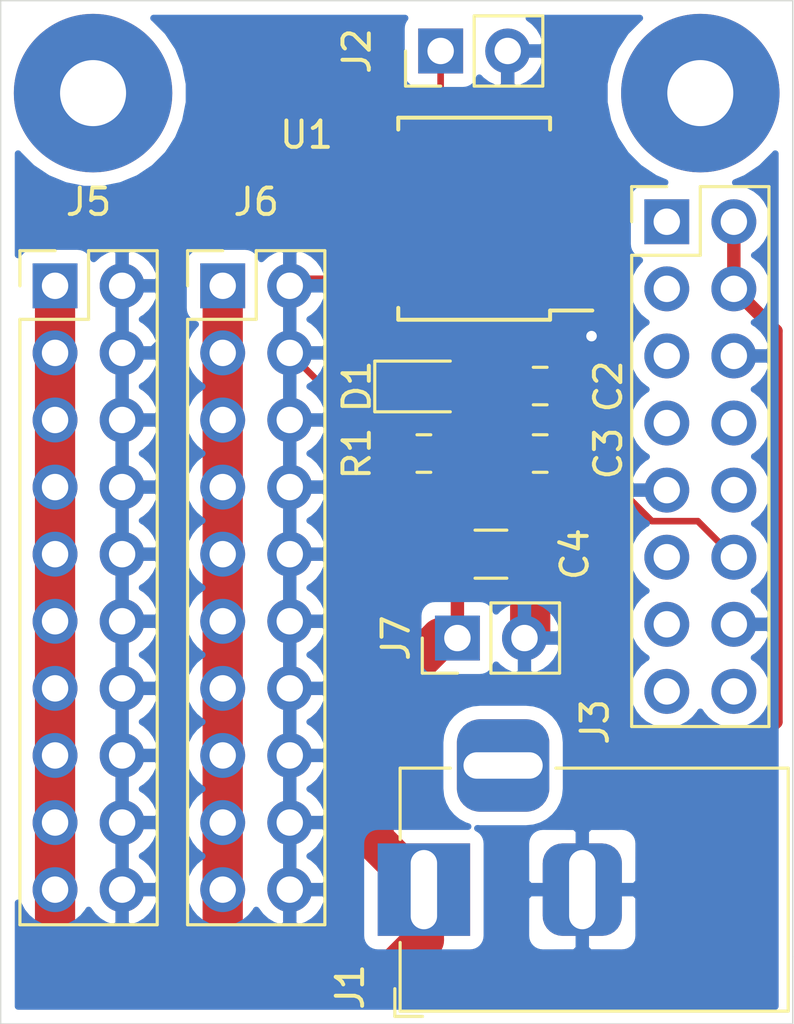
<source format=kicad_pcb>
(kicad_pcb (version 20171130) (host pcbnew "(5.1.0)-1")

  (general
    (thickness 1.6)
    (drawings 5)
    (tracks 133)
    (zones 0)
    (modules 12)
    (nets 30)
  )

  (page A4)
  (layers
    (0 F.Cu signal)
    (31 B.Cu signal)
    (32 B.Adhes user)
    (33 F.Adhes user)
    (34 B.Paste user)
    (35 F.Paste user)
    (36 B.SilkS user)
    (37 F.SilkS user)
    (38 B.Mask user hide)
    (39 F.Mask user hide)
    (40 Dwgs.User user hide)
    (41 Cmts.User user hide)
    (42 Eco1.User user hide)
    (43 Eco2.User user hide)
    (44 Edge.Cuts user)
    (45 Margin user hide)
    (46 B.CrtYd user)
    (47 F.CrtYd user)
    (48 B.Fab user hide)
    (49 F.Fab user hide)
  )

  (setup
    (last_trace_width 0.508)
    (user_trace_width 0.508)
    (user_trace_width 1.524)
    (trace_clearance 0.2)
    (zone_clearance 0.508)
    (zone_45_only no)
    (trace_min 0.2)
    (via_size 0.8)
    (via_drill 0.4)
    (via_min_size 0.4)
    (via_min_drill 0.3)
    (user_via 6 2.5)
    (uvia_size 0.3)
    (uvia_drill 0.1)
    (uvias_allowed no)
    (uvia_min_size 0.2)
    (uvia_min_drill 0.1)
    (edge_width 0.05)
    (segment_width 0.2)
    (pcb_text_width 0.3)
    (pcb_text_size 1.5 1.5)
    (mod_edge_width 0.12)
    (mod_text_size 1 1)
    (mod_text_width 0.15)
    (pad_size 1.524 1.524)
    (pad_drill 0.762)
    (pad_to_mask_clearance 0.051)
    (solder_mask_min_width 0.25)
    (aux_axis_origin 0 0)
    (grid_origin 125.73 50.8)
    (visible_elements 7FFFFFFF)
    (pcbplotparams
      (layerselection 0x010f0_ffffffff)
      (usegerberextensions false)
      (usegerberattributes false)
      (usegerberadvancedattributes false)
      (creategerberjobfile false)
      (excludeedgelayer true)
      (linewidth 0.100000)
      (plotframeref false)
      (viasonmask false)
      (mode 1)
      (useauxorigin false)
      (hpglpennumber 1)
      (hpglpenspeed 20)
      (hpglpendiameter 15.000000)
      (psnegative false)
      (psa4output false)
      (plotreference true)
      (plotvalue true)
      (plotinvisibletext false)
      (padsonsilk false)
      (subtractmaskfromsilk false)
      (outputformat 1)
      (mirror false)
      (drillshape 0)
      (scaleselection 1)
      (outputdirectory "gerber/"))
  )

  (net 0 "")
  (net 1 0)
  (net 2 +5V)
  (net 3 "Net-(D1-Pad2)")
  (net 4 "Net-(J1-Pad16)")
  (net 5 "Net-(J1-Pad15)")
  (net 6 "Net-(J1-Pad11)")
  (net 7 "Net-(J1-Pad10)")
  (net 8 "Net-(J1-Pad8)")
  (net 9 /Data)
  (net 10 "Net-(J1-Pad3)")
  (net 11 "Net-(J2-Pad1)")
  (net 12 "Net-(U1-Pad17)")
  (net 13 "Net-(U1-Pad16)")
  (net 14 "Net-(U1-Pad15)")
  (net 15 "Net-(U1-Pad14)")
  (net 16 "Net-(U1-Pad13)")
  (net 17 "Net-(U1-Pad12)")
  (net 18 "Net-(U1-Pad11)")
  (net 19 "Net-(U1-Pad9)")
  (net 20 "Net-(U1-Pad8)")
  (net 21 "Net-(U1-Pad7)")
  (net 22 "Net-(U1-Pad6)")
  (net 23 "Net-(U1-Pad5)")
  (net 24 "Net-(U1-Pad4)")
  (net 25 "Net-(U1-Pad3)")
  (net 26 "Net-(J1-Pad5)")
  (net 27 "Net-(J1-Pad13)")
  (net 28 "Net-(J1-Pad7)")
  (net 29 "Net-(J1-Pad1)")

  (net_class Default 这是默认网络类。
    (clearance 0.2)
    (trace_width 0.25)
    (via_dia 0.8)
    (via_drill 0.4)
    (uvia_dia 0.3)
    (uvia_drill 0.1)
    (add_net +5V)
    (add_net /Data)
    (add_net 0)
    (add_net "Net-(D1-Pad2)")
    (add_net "Net-(J1-Pad1)")
    (add_net "Net-(J1-Pad10)")
    (add_net "Net-(J1-Pad11)")
    (add_net "Net-(J1-Pad13)")
    (add_net "Net-(J1-Pad15)")
    (add_net "Net-(J1-Pad16)")
    (add_net "Net-(J1-Pad3)")
    (add_net "Net-(J1-Pad5)")
    (add_net "Net-(J1-Pad7)")
    (add_net "Net-(J1-Pad8)")
    (add_net "Net-(J2-Pad1)")
    (add_net "Net-(U1-Pad11)")
    (add_net "Net-(U1-Pad12)")
    (add_net "Net-(U1-Pad13)")
    (add_net "Net-(U1-Pad14)")
    (add_net "Net-(U1-Pad15)")
    (add_net "Net-(U1-Pad16)")
    (add_net "Net-(U1-Pad17)")
    (add_net "Net-(U1-Pad3)")
    (add_net "Net-(U1-Pad4)")
    (add_net "Net-(U1-Pad5)")
    (add_net "Net-(U1-Pad6)")
    (add_net "Net-(U1-Pad7)")
    (add_net "Net-(U1-Pad8)")
    (add_net "Net-(U1-Pad9)")
  )

  (module Capacitor_SMD:C_0805_2012Metric_Pad1.15x1.40mm_HandSolder (layer F.Cu) (tedit 5B36C52B) (tstamp 5CD0AE24)
    (at 116.165001 65.390001)
    (descr "Capacitor SMD 0805 (2012 Metric), square (rectangular) end terminal, IPC_7351 nominal with elongated pad for handsoldering. (Body size source: https://docs.google.com/spreadsheets/d/1BsfQQcO9C6DZCsRaXUlFlo91Tg2WpOkGARC1WS5S8t0/edit?usp=sharing), generated with kicad-footprint-generator")
    (tags "capacitor handsolder")
    (path /5CD07C52)
    (attr smd)
    (fp_text reference C2 (at 2.579999 0.014999 90) (layer F.SilkS)
      (effects (font (size 1 1) (thickness 0.15)))
    )
    (fp_text value 10uF (at 0 1.65) (layer F.Fab)
      (effects (font (size 1 1) (thickness 0.15)))
    )
    (fp_text user %R (at 0 0) (layer F.Fab)
      (effects (font (size 0.5 0.5) (thickness 0.08)))
    )
    (fp_line (start 1.85 0.95) (end -1.85 0.95) (layer F.CrtYd) (width 0.05))
    (fp_line (start 1.85 -0.95) (end 1.85 0.95) (layer F.CrtYd) (width 0.05))
    (fp_line (start -1.85 -0.95) (end 1.85 -0.95) (layer F.CrtYd) (width 0.05))
    (fp_line (start -1.85 0.95) (end -1.85 -0.95) (layer F.CrtYd) (width 0.05))
    (fp_line (start -0.261252 0.71) (end 0.261252 0.71) (layer F.SilkS) (width 0.12))
    (fp_line (start -0.261252 -0.71) (end 0.261252 -0.71) (layer F.SilkS) (width 0.12))
    (fp_line (start 1 0.6) (end -1 0.6) (layer F.Fab) (width 0.1))
    (fp_line (start 1 -0.6) (end 1 0.6) (layer F.Fab) (width 0.1))
    (fp_line (start -1 -0.6) (end 1 -0.6) (layer F.Fab) (width 0.1))
    (fp_line (start -1 0.6) (end -1 -0.6) (layer F.Fab) (width 0.1))
    (pad 2 smd roundrect (at 1.025 0) (size 1.15 1.4) (layers F.Cu F.Paste F.Mask) (roundrect_rratio 0.217391)
      (net 1 0))
    (pad 1 smd roundrect (at -1.025 0) (size 1.15 1.4) (layers F.Cu F.Paste F.Mask) (roundrect_rratio 0.217391)
      (net 2 +5V))
    (model ${KISYS3DMOD}/Capacitor_SMD.3dshapes/C_0805_2012Metric.wrl
      (at (xyz 0 0 0))
      (scale (xyz 1 1 1))
      (rotate (xyz 0 0 0))
    )
  )

  (module Capacitor_SMD:C_0805_2012Metric_Pad1.15x1.40mm_HandSolder (layer F.Cu) (tedit 5B36C52B) (tstamp 5CD0ADBE)
    (at 116.165001 67.945)
    (descr "Capacitor SMD 0805 (2012 Metric), square (rectangular) end terminal, IPC_7351 nominal with elongated pad for handsoldering. (Body size source: https://docs.google.com/spreadsheets/d/1BsfQQcO9C6DZCsRaXUlFlo91Tg2WpOkGARC1WS5S8t0/edit?usp=sharing), generated with kicad-footprint-generator")
    (tags "capacitor handsolder")
    (path /5CD051CA)
    (attr smd)
    (fp_text reference C3 (at 2.579999 0 90) (layer F.SilkS)
      (effects (font (size 1 1) (thickness 0.15)))
    )
    (fp_text value 0.1uF (at 0 1.65) (layer F.Fab)
      (effects (font (size 1 1) (thickness 0.15)))
    )
    (fp_line (start -1 0.6) (end -1 -0.6) (layer F.Fab) (width 0.1))
    (fp_line (start -1 -0.6) (end 1 -0.6) (layer F.Fab) (width 0.1))
    (fp_line (start 1 -0.6) (end 1 0.6) (layer F.Fab) (width 0.1))
    (fp_line (start 1 0.6) (end -1 0.6) (layer F.Fab) (width 0.1))
    (fp_line (start -0.261252 -0.71) (end 0.261252 -0.71) (layer F.SilkS) (width 0.12))
    (fp_line (start -0.261252 0.71) (end 0.261252 0.71) (layer F.SilkS) (width 0.12))
    (fp_line (start -1.85 0.95) (end -1.85 -0.95) (layer F.CrtYd) (width 0.05))
    (fp_line (start -1.85 -0.95) (end 1.85 -0.95) (layer F.CrtYd) (width 0.05))
    (fp_line (start 1.85 -0.95) (end 1.85 0.95) (layer F.CrtYd) (width 0.05))
    (fp_line (start 1.85 0.95) (end -1.85 0.95) (layer F.CrtYd) (width 0.05))
    (fp_text user %R (at 0 0) (layer F.Fab)
      (effects (font (size 0.5 0.5) (thickness 0.08)))
    )
    (pad 1 smd roundrect (at -1.025 0) (size 1.15 1.4) (layers F.Cu F.Paste F.Mask) (roundrect_rratio 0.217391)
      (net 2 +5V))
    (pad 2 smd roundrect (at 1.025 0) (size 1.15 1.4) (layers F.Cu F.Paste F.Mask) (roundrect_rratio 0.217391)
      (net 1 0))
    (model ${KISYS3DMOD}/Capacitor_SMD.3dshapes/C_0805_2012Metric.wrl
      (at (xyz 0 0 0))
      (scale (xyz 1 1 1))
      (rotate (xyz 0 0 0))
    )
  )

  (module Connector_BarrelJack:BarrelJack_Horizontal (layer F.Cu) (tedit 5A1DBF6A) (tstamp 5CD09AE5)
    (at 111.76 84.455 180)
    (descr "DC Barrel Jack")
    (tags "Power Jack")
    (path /5CEAC218)
    (fp_text reference J3 (at -6.477 6.35 270) (layer F.SilkS)
      (effects (font (size 1 1) (thickness 0.15)))
    )
    (fp_text value Jack-DC (at -6.2 -5.5 180) (layer F.Fab)
      (effects (font (size 1 1) (thickness 0.15)))
    )
    (fp_line (start 0 -4.5) (end -13.7 -4.5) (layer F.Fab) (width 0.1))
    (fp_line (start 0.8 4.5) (end 0.8 -3.75) (layer F.Fab) (width 0.1))
    (fp_line (start -13.7 4.5) (end 0.8 4.5) (layer F.Fab) (width 0.1))
    (fp_line (start -13.7 -4.5) (end -13.7 4.5) (layer F.Fab) (width 0.1))
    (fp_line (start -10.2 -4.5) (end -10.2 4.5) (layer F.Fab) (width 0.1))
    (fp_line (start 0.9 -4.6) (end 0.9 -2) (layer F.SilkS) (width 0.12))
    (fp_line (start -13.8 -4.6) (end 0.9 -4.6) (layer F.SilkS) (width 0.12))
    (fp_line (start 0.9 4.6) (end -1 4.6) (layer F.SilkS) (width 0.12))
    (fp_line (start 0.9 1.9) (end 0.9 4.6) (layer F.SilkS) (width 0.12))
    (fp_line (start -13.8 4.6) (end -13.8 -4.6) (layer F.SilkS) (width 0.12))
    (fp_line (start -5 4.6) (end -13.8 4.6) (layer F.SilkS) (width 0.12))
    (fp_line (start -14 4.75) (end -14 -4.75) (layer F.CrtYd) (width 0.05))
    (fp_line (start -5 4.75) (end -14 4.75) (layer F.CrtYd) (width 0.05))
    (fp_line (start -5 6.75) (end -5 4.75) (layer F.CrtYd) (width 0.05))
    (fp_line (start -1 6.75) (end -5 6.75) (layer F.CrtYd) (width 0.05))
    (fp_line (start -1 4.75) (end -1 6.75) (layer F.CrtYd) (width 0.05))
    (fp_line (start 1 4.75) (end -1 4.75) (layer F.CrtYd) (width 0.05))
    (fp_line (start 1 2) (end 1 4.75) (layer F.CrtYd) (width 0.05))
    (fp_line (start 2 2) (end 1 2) (layer F.CrtYd) (width 0.05))
    (fp_line (start 2 -2) (end 2 2) (layer F.CrtYd) (width 0.05))
    (fp_line (start 1 -2) (end 2 -2) (layer F.CrtYd) (width 0.05))
    (fp_line (start 1 -4.5) (end 1 -2) (layer F.CrtYd) (width 0.05))
    (fp_line (start 1 -4.75) (end -14 -4.75) (layer F.CrtYd) (width 0.05))
    (fp_line (start 1 -4.5) (end 1 -4.75) (layer F.CrtYd) (width 0.05))
    (fp_line (start 0.05 -4.8) (end 1.1 -4.8) (layer F.SilkS) (width 0.12))
    (fp_line (start 1.1 -3.75) (end 1.1 -4.8) (layer F.SilkS) (width 0.12))
    (fp_line (start -0.003213 -4.505425) (end 0.8 -3.75) (layer F.Fab) (width 0.1))
    (fp_text user %R (at -3 -2.95 180) (layer F.Fab)
      (effects (font (size 1 1) (thickness 0.15)))
    )
    (pad 3 thru_hole roundrect (at -3 4.7 180) (size 3.5 3.5) (drill oval 3 1) (layers *.Cu *.Mask) (roundrect_rratio 0.25))
    (pad 2 thru_hole roundrect (at -6 0 180) (size 3 3.5) (drill oval 1 3) (layers *.Cu *.Mask) (roundrect_rratio 0.25)
      (net 1 0))
    (pad 1 thru_hole rect (at 0 0 180) (size 3.5 3.5) (drill oval 1 3) (layers *.Cu *.Mask)
      (net 2 +5V))
    (model ${KISYS3DMOD}/Connector_BarrelJack.3dshapes/BarrelJack_Horizontal.wrl
      (at (xyz 0 0 0))
      (scale (xyz 1 1 1))
      (rotate (xyz 0 0 0))
    )
  )

  (module LED_SMD:LED_0805_2012Metric_Pad1.15x1.40mm_HandSolder (layer F.Cu) (tedit 5B4B45C9) (tstamp 5CD0ADF0)
    (at 111.76 65.405)
    (descr "LED SMD 0805 (2012 Metric), square (rectangular) end terminal, IPC_7351 nominal, (Body size source: https://docs.google.com/spreadsheets/d/1BsfQQcO9C6DZCsRaXUlFlo91Tg2WpOkGARC1WS5S8t0/edit?usp=sharing), generated with kicad-footprint-generator")
    (tags "LED handsolder")
    (path /5CD3F378)
    (attr smd)
    (fp_text reference D1 (at -2.54 0 90) (layer F.SilkS)
      (effects (font (size 1 1) (thickness 0.15)))
    )
    (fp_text value LED (at 0 1.65) (layer F.Fab)
      (effects (font (size 1 1) (thickness 0.15)))
    )
    (fp_line (start 1 -0.6) (end -0.7 -0.6) (layer F.Fab) (width 0.1))
    (fp_line (start -0.7 -0.6) (end -1 -0.3) (layer F.Fab) (width 0.1))
    (fp_line (start -1 -0.3) (end -1 0.6) (layer F.Fab) (width 0.1))
    (fp_line (start -1 0.6) (end 1 0.6) (layer F.Fab) (width 0.1))
    (fp_line (start 1 0.6) (end 1 -0.6) (layer F.Fab) (width 0.1))
    (fp_line (start 1 -0.96) (end -1.86 -0.96) (layer F.SilkS) (width 0.12))
    (fp_line (start -1.86 -0.96) (end -1.86 0.96) (layer F.SilkS) (width 0.12))
    (fp_line (start -1.86 0.96) (end 1 0.96) (layer F.SilkS) (width 0.12))
    (fp_line (start -1.85 0.95) (end -1.85 -0.95) (layer F.CrtYd) (width 0.05))
    (fp_line (start -1.85 -0.95) (end 1.85 -0.95) (layer F.CrtYd) (width 0.05))
    (fp_line (start 1.85 -0.95) (end 1.85 0.95) (layer F.CrtYd) (width 0.05))
    (fp_line (start 1.85 0.95) (end -1.85 0.95) (layer F.CrtYd) (width 0.05))
    (fp_text user %R (at 0 0) (layer F.Fab)
      (effects (font (size 0.5 0.5) (thickness 0.08)))
    )
    (pad 1 smd roundrect (at -1.025 0) (size 1.15 1.4) (layers F.Cu F.Paste F.Mask) (roundrect_rratio 0.217391)
      (net 1 0))
    (pad 2 smd roundrect (at 1.025 0) (size 1.15 1.4) (layers F.Cu F.Paste F.Mask) (roundrect_rratio 0.217391)
      (net 3 "Net-(D1-Pad2)"))
    (model ${KISYS3DMOD}/LED_SMD.3dshapes/LED_0805_2012Metric.wrl
      (at (xyz 0 0 0))
      (scale (xyz 1 1 1))
      (rotate (xyz 0 0 0))
    )
  )

  (module Resistor_SMD:R_0805_2012Metric_Pad1.15x1.40mm_HandSolder (layer F.Cu) (tedit 5B36C52B) (tstamp 5CD0AD8E)
    (at 111.76 67.945 180)
    (descr "Resistor SMD 0805 (2012 Metric), square (rectangular) end terminal, IPC_7351 nominal with elongated pad for handsoldering. (Body size source: https://docs.google.com/spreadsheets/d/1BsfQQcO9C6DZCsRaXUlFlo91Tg2WpOkGARC1WS5S8t0/edit?usp=sharing), generated with kicad-footprint-generator")
    (tags "resistor handsolder")
    (path /5CD40552)
    (attr smd)
    (fp_text reference R1 (at 2.54 0 270) (layer F.SilkS)
      (effects (font (size 1 1) (thickness 0.15)))
    )
    (fp_text value 10K (at 0 1.65 180) (layer F.Fab)
      (effects (font (size 1 1) (thickness 0.15)))
    )
    (fp_line (start -1 0.6) (end -1 -0.6) (layer F.Fab) (width 0.1))
    (fp_line (start -1 -0.6) (end 1 -0.6) (layer F.Fab) (width 0.1))
    (fp_line (start 1 -0.6) (end 1 0.6) (layer F.Fab) (width 0.1))
    (fp_line (start 1 0.6) (end -1 0.6) (layer F.Fab) (width 0.1))
    (fp_line (start -0.261252 -0.71) (end 0.261252 -0.71) (layer F.SilkS) (width 0.12))
    (fp_line (start -0.261252 0.71) (end 0.261252 0.71) (layer F.SilkS) (width 0.12))
    (fp_line (start -1.85 0.95) (end -1.85 -0.95) (layer F.CrtYd) (width 0.05))
    (fp_line (start -1.85 -0.95) (end 1.85 -0.95) (layer F.CrtYd) (width 0.05))
    (fp_line (start 1.85 -0.95) (end 1.85 0.95) (layer F.CrtYd) (width 0.05))
    (fp_line (start 1.85 0.95) (end -1.85 0.95) (layer F.CrtYd) (width 0.05))
    (fp_text user %R (at 0 0 180) (layer F.Fab)
      (effects (font (size 0.5 0.5) (thickness 0.08)))
    )
    (pad 1 smd roundrect (at -1.025 0 180) (size 1.15 1.4) (layers F.Cu F.Paste F.Mask) (roundrect_rratio 0.217391)
      (net 2 +5V))
    (pad 2 smd roundrect (at 1.025 0 180) (size 1.15 1.4) (layers F.Cu F.Paste F.Mask) (roundrect_rratio 0.217391)
      (net 3 "Net-(D1-Pad2)"))
    (model ${KISYS3DMOD}/Resistor_SMD.3dshapes/R_0805_2012Metric.wrl
      (at (xyz 0 0 0))
      (scale (xyz 1 1 1))
      (rotate (xyz 0 0 0))
    )
  )

  (module Connector_PinHeader_2.54mm:PinHeader_2x10_P2.54mm_Vertical (layer F.Cu) (tedit 59FED5CC) (tstamp 5CD06F6B)
    (at 104.14 61.595)
    (descr "Through hole straight pin header, 2x10, 2.54mm pitch, double rows")
    (tags "Through hole pin header THT 2x10 2.54mm double row")
    (path /5CE5A4B6)
    (fp_text reference J6 (at 1.27 -3.175) (layer F.SilkS)
      (effects (font (size 1 1) (thickness 0.15)))
    )
    (fp_text value Conn_02x10_Odd_Even (at 1.27 25.19) (layer F.Fab)
      (effects (font (size 1 1) (thickness 0.15)))
    )
    (fp_text user %R (at 1.27 11.43 90) (layer F.Fab)
      (effects (font (size 1 1) (thickness 0.15)))
    )
    (fp_line (start 4.35 -1.8) (end -1.8 -1.8) (layer F.CrtYd) (width 0.05))
    (fp_line (start 4.35 24.65) (end 4.35 -1.8) (layer F.CrtYd) (width 0.05))
    (fp_line (start -1.8 24.65) (end 4.35 24.65) (layer F.CrtYd) (width 0.05))
    (fp_line (start -1.8 -1.8) (end -1.8 24.65) (layer F.CrtYd) (width 0.05))
    (fp_line (start -1.33 -1.33) (end 0 -1.33) (layer F.SilkS) (width 0.12))
    (fp_line (start -1.33 0) (end -1.33 -1.33) (layer F.SilkS) (width 0.12))
    (fp_line (start 1.27 -1.33) (end 3.87 -1.33) (layer F.SilkS) (width 0.12))
    (fp_line (start 1.27 1.27) (end 1.27 -1.33) (layer F.SilkS) (width 0.12))
    (fp_line (start -1.33 1.27) (end 1.27 1.27) (layer F.SilkS) (width 0.12))
    (fp_line (start 3.87 -1.33) (end 3.87 24.19) (layer F.SilkS) (width 0.12))
    (fp_line (start -1.33 1.27) (end -1.33 24.19) (layer F.SilkS) (width 0.12))
    (fp_line (start -1.33 24.19) (end 3.87 24.19) (layer F.SilkS) (width 0.12))
    (fp_line (start -1.27 0) (end 0 -1.27) (layer F.Fab) (width 0.1))
    (fp_line (start -1.27 24.13) (end -1.27 0) (layer F.Fab) (width 0.1))
    (fp_line (start 3.81 24.13) (end -1.27 24.13) (layer F.Fab) (width 0.1))
    (fp_line (start 3.81 -1.27) (end 3.81 24.13) (layer F.Fab) (width 0.1))
    (fp_line (start 0 -1.27) (end 3.81 -1.27) (layer F.Fab) (width 0.1))
    (pad 20 thru_hole oval (at 2.54 22.86) (size 1.7 1.7) (drill 1) (layers *.Cu *.Mask)
      (net 1 0))
    (pad 19 thru_hole oval (at 0 22.86) (size 1.7 1.7) (drill 1) (layers *.Cu *.Mask)
      (net 2 +5V))
    (pad 18 thru_hole oval (at 2.54 20.32) (size 1.7 1.7) (drill 1) (layers *.Cu *.Mask)
      (net 1 0))
    (pad 17 thru_hole oval (at 0 20.32) (size 1.7 1.7) (drill 1) (layers *.Cu *.Mask)
      (net 2 +5V))
    (pad 16 thru_hole oval (at 2.54 17.78) (size 1.7 1.7) (drill 1) (layers *.Cu *.Mask)
      (net 1 0))
    (pad 15 thru_hole oval (at 0 17.78) (size 1.7 1.7) (drill 1) (layers *.Cu *.Mask)
      (net 2 +5V))
    (pad 14 thru_hole oval (at 2.54 15.24) (size 1.7 1.7) (drill 1) (layers *.Cu *.Mask)
      (net 1 0))
    (pad 13 thru_hole oval (at 0 15.24) (size 1.7 1.7) (drill 1) (layers *.Cu *.Mask)
      (net 2 +5V))
    (pad 12 thru_hole oval (at 2.54 12.7) (size 1.7 1.7) (drill 1) (layers *.Cu *.Mask)
      (net 1 0))
    (pad 11 thru_hole oval (at 0 12.7) (size 1.7 1.7) (drill 1) (layers *.Cu *.Mask)
      (net 2 +5V))
    (pad 10 thru_hole oval (at 2.54 10.16) (size 1.7 1.7) (drill 1) (layers *.Cu *.Mask)
      (net 1 0))
    (pad 9 thru_hole oval (at 0 10.16) (size 1.7 1.7) (drill 1) (layers *.Cu *.Mask)
      (net 2 +5V))
    (pad 8 thru_hole oval (at 2.54 7.62) (size 1.7 1.7) (drill 1) (layers *.Cu *.Mask)
      (net 1 0))
    (pad 7 thru_hole oval (at 0 7.62) (size 1.7 1.7) (drill 1) (layers *.Cu *.Mask)
      (net 2 +5V))
    (pad 6 thru_hole oval (at 2.54 5.08) (size 1.7 1.7) (drill 1) (layers *.Cu *.Mask)
      (net 1 0))
    (pad 5 thru_hole oval (at 0 5.08) (size 1.7 1.7) (drill 1) (layers *.Cu *.Mask)
      (net 2 +5V))
    (pad 4 thru_hole oval (at 2.54 2.54) (size 1.7 1.7) (drill 1) (layers *.Cu *.Mask)
      (net 1 0))
    (pad 3 thru_hole oval (at 0 2.54) (size 1.7 1.7) (drill 1) (layers *.Cu *.Mask)
      (net 2 +5V))
    (pad 2 thru_hole oval (at 2.54 0) (size 1.7 1.7) (drill 1) (layers *.Cu *.Mask)
      (net 1 0))
    (pad 1 thru_hole rect (at 0 0) (size 1.7 1.7) (drill 1) (layers *.Cu *.Mask)
      (net 2 +5V))
    (model ${KISYS3DMOD}/Connector_PinHeader_2.54mm.3dshapes/PinHeader_2x10_P2.54mm_Vertical.wrl
      (at (xyz 0 0 0))
      (scale (xyz 1 1 1))
      (rotate (xyz 0 0 0))
    )
  )

  (module Connector_PinHeader_2.54mm:PinHeader_2x10_P2.54mm_Vertical (layer F.Cu) (tedit 59FED5CC) (tstamp 5CD06F41)
    (at 97.79 61.595)
    (descr "Through hole straight pin header, 2x10, 2.54mm pitch, double rows")
    (tags "Through hole pin header THT 2x10 2.54mm double row")
    (path /5CE59125)
    (fp_text reference J5 (at 1.27 -3.175) (layer F.SilkS)
      (effects (font (size 1 1) (thickness 0.15)))
    )
    (fp_text value Conn_02x10_Odd_Even (at 1.27 25.19) (layer F.Fab)
      (effects (font (size 1 1) (thickness 0.15)))
    )
    (fp_text user %R (at 1.27 11.43 90) (layer F.Fab)
      (effects (font (size 1 1) (thickness 0.15)))
    )
    (fp_line (start 4.35 -1.8) (end -1.8 -1.8) (layer F.CrtYd) (width 0.05))
    (fp_line (start 4.35 24.65) (end 4.35 -1.8) (layer F.CrtYd) (width 0.05))
    (fp_line (start -1.8 24.65) (end 4.35 24.65) (layer F.CrtYd) (width 0.05))
    (fp_line (start -1.8 -1.8) (end -1.8 24.65) (layer F.CrtYd) (width 0.05))
    (fp_line (start -1.33 -1.33) (end 0 -1.33) (layer F.SilkS) (width 0.12))
    (fp_line (start -1.33 0) (end -1.33 -1.33) (layer F.SilkS) (width 0.12))
    (fp_line (start 1.27 -1.33) (end 3.87 -1.33) (layer F.SilkS) (width 0.12))
    (fp_line (start 1.27 1.27) (end 1.27 -1.33) (layer F.SilkS) (width 0.12))
    (fp_line (start -1.33 1.27) (end 1.27 1.27) (layer F.SilkS) (width 0.12))
    (fp_line (start 3.87 -1.33) (end 3.87 24.19) (layer F.SilkS) (width 0.12))
    (fp_line (start -1.33 1.27) (end -1.33 24.19) (layer F.SilkS) (width 0.12))
    (fp_line (start -1.33 24.19) (end 3.87 24.19) (layer F.SilkS) (width 0.12))
    (fp_line (start -1.27 0) (end 0 -1.27) (layer F.Fab) (width 0.1))
    (fp_line (start -1.27 24.13) (end -1.27 0) (layer F.Fab) (width 0.1))
    (fp_line (start 3.81 24.13) (end -1.27 24.13) (layer F.Fab) (width 0.1))
    (fp_line (start 3.81 -1.27) (end 3.81 24.13) (layer F.Fab) (width 0.1))
    (fp_line (start 0 -1.27) (end 3.81 -1.27) (layer F.Fab) (width 0.1))
    (pad 20 thru_hole oval (at 2.54 22.86) (size 1.7 1.7) (drill 1) (layers *.Cu *.Mask)
      (net 1 0))
    (pad 19 thru_hole oval (at 0 22.86) (size 1.7 1.7) (drill 1) (layers *.Cu *.Mask)
      (net 2 +5V))
    (pad 18 thru_hole oval (at 2.54 20.32) (size 1.7 1.7) (drill 1) (layers *.Cu *.Mask)
      (net 1 0))
    (pad 17 thru_hole oval (at 0 20.32) (size 1.7 1.7) (drill 1) (layers *.Cu *.Mask)
      (net 2 +5V))
    (pad 16 thru_hole oval (at 2.54 17.78) (size 1.7 1.7) (drill 1) (layers *.Cu *.Mask)
      (net 1 0))
    (pad 15 thru_hole oval (at 0 17.78) (size 1.7 1.7) (drill 1) (layers *.Cu *.Mask)
      (net 2 +5V))
    (pad 14 thru_hole oval (at 2.54 15.24) (size 1.7 1.7) (drill 1) (layers *.Cu *.Mask)
      (net 1 0))
    (pad 13 thru_hole oval (at 0 15.24) (size 1.7 1.7) (drill 1) (layers *.Cu *.Mask)
      (net 2 +5V))
    (pad 12 thru_hole oval (at 2.54 12.7) (size 1.7 1.7) (drill 1) (layers *.Cu *.Mask)
      (net 1 0))
    (pad 11 thru_hole oval (at 0 12.7) (size 1.7 1.7) (drill 1) (layers *.Cu *.Mask)
      (net 2 +5V))
    (pad 10 thru_hole oval (at 2.54 10.16) (size 1.7 1.7) (drill 1) (layers *.Cu *.Mask)
      (net 1 0))
    (pad 9 thru_hole oval (at 0 10.16) (size 1.7 1.7) (drill 1) (layers *.Cu *.Mask)
      (net 2 +5V))
    (pad 8 thru_hole oval (at 2.54 7.62) (size 1.7 1.7) (drill 1) (layers *.Cu *.Mask)
      (net 1 0))
    (pad 7 thru_hole oval (at 0 7.62) (size 1.7 1.7) (drill 1) (layers *.Cu *.Mask)
      (net 2 +5V))
    (pad 6 thru_hole oval (at 2.54 5.08) (size 1.7 1.7) (drill 1) (layers *.Cu *.Mask)
      (net 1 0))
    (pad 5 thru_hole oval (at 0 5.08) (size 1.7 1.7) (drill 1) (layers *.Cu *.Mask)
      (net 2 +5V))
    (pad 4 thru_hole oval (at 2.54 2.54) (size 1.7 1.7) (drill 1) (layers *.Cu *.Mask)
      (net 1 0))
    (pad 3 thru_hole oval (at 0 2.54) (size 1.7 1.7) (drill 1) (layers *.Cu *.Mask)
      (net 2 +5V))
    (pad 2 thru_hole oval (at 2.54 0) (size 1.7 1.7) (drill 1) (layers *.Cu *.Mask)
      (net 1 0))
    (pad 1 thru_hole rect (at 0 0) (size 1.7 1.7) (drill 1) (layers *.Cu *.Mask)
      (net 2 +5V))
    (model ${KISYS3DMOD}/Connector_PinHeader_2.54mm.3dshapes/PinHeader_2x10_P2.54mm_Vertical.wrl
      (at (xyz 0 0 0))
      (scale (xyz 1 1 1))
      (rotate (xyz 0 0 0))
    )
  )

  (module Capacitor_SMD:C_1206_3216Metric_Pad1.42x1.75mm_HandSolder (layer F.Cu) (tedit 5B301BBE) (tstamp 5CD09DA4)
    (at 114.3 71.755)
    (descr "Capacitor SMD 1206 (3216 Metric), square (rectangular) end terminal, IPC_7351 nominal with elongated pad for handsoldering. (Body size source: http://www.tortai-tech.com/upload/download/2011102023233369053.pdf), generated with kicad-footprint-generator")
    (tags "capacitor handsolder")
    (path /5CE4172D)
    (attr smd)
    (fp_text reference C4 (at 3.175 0 90) (layer F.SilkS)
      (effects (font (size 1 1) (thickness 0.15)))
    )
    (fp_text value 47uF (at 0 1.82) (layer F.Fab)
      (effects (font (size 1 1) (thickness 0.15)))
    )
    (fp_text user %R (at 0 0) (layer F.Fab)
      (effects (font (size 0.8 0.8) (thickness 0.12)))
    )
    (fp_line (start 2.45 1.12) (end -2.45 1.12) (layer F.CrtYd) (width 0.05))
    (fp_line (start 2.45 -1.12) (end 2.45 1.12) (layer F.CrtYd) (width 0.05))
    (fp_line (start -2.45 -1.12) (end 2.45 -1.12) (layer F.CrtYd) (width 0.05))
    (fp_line (start -2.45 1.12) (end -2.45 -1.12) (layer F.CrtYd) (width 0.05))
    (fp_line (start -0.602064 0.91) (end 0.602064 0.91) (layer F.SilkS) (width 0.12))
    (fp_line (start -0.602064 -0.91) (end 0.602064 -0.91) (layer F.SilkS) (width 0.12))
    (fp_line (start 1.6 0.8) (end -1.6 0.8) (layer F.Fab) (width 0.1))
    (fp_line (start 1.6 -0.8) (end 1.6 0.8) (layer F.Fab) (width 0.1))
    (fp_line (start -1.6 -0.8) (end 1.6 -0.8) (layer F.Fab) (width 0.1))
    (fp_line (start -1.6 0.8) (end -1.6 -0.8) (layer F.Fab) (width 0.1))
    (pad 2 smd roundrect (at 1.4875 0) (size 1.425 1.75) (layers F.Cu F.Paste F.Mask) (roundrect_rratio 0.175439)
      (net 1 0))
    (pad 1 smd roundrect (at -1.4875 0) (size 1.425 1.75) (layers F.Cu F.Paste F.Mask) (roundrect_rratio 0.175439)
      (net 2 +5V))
    (model ${KISYS3DMOD}/Capacitor_SMD.3dshapes/C_1206_3216Metric.wrl
      (at (xyz 0 0 0))
      (scale (xyz 1 1 1))
      (rotate (xyz 0 0 0))
    )
  )

  (module Connector_PinHeader_2.54mm:PinHeader_2x08_P2.54mm_Vertical locked (layer F.Cu) (tedit 59FED5CC) (tstamp 5CD066F4)
    (at 120.96 59.17)
    (descr "Through hole straight pin header, 2x08, 2.54mm pitch, double rows")
    (tags "Through hole pin header THT 2x08 2.54mm double row")
    (path /5CD85B58)
    (fp_text reference J1 (at -11.994 28.968 270) (layer F.SilkS)
      (effects (font (size 1 1) (thickness 0.15)))
    )
    (fp_text value Conn_02x08_Odd_Even (at 1.27 20.11) (layer F.Fab)
      (effects (font (size 1 1) (thickness 0.15)))
    )
    (fp_text user %R (at 1.27 8.89 90) (layer F.Fab)
      (effects (font (size 1 1) (thickness 0.15)))
    )
    (fp_line (start 4.35 -1.8) (end -1.8 -1.8) (layer F.CrtYd) (width 0.05))
    (fp_line (start 4.35 19.55) (end 4.35 -1.8) (layer F.CrtYd) (width 0.05))
    (fp_line (start -1.8 19.55) (end 4.35 19.55) (layer F.CrtYd) (width 0.05))
    (fp_line (start -1.8 -1.8) (end -1.8 19.55) (layer F.CrtYd) (width 0.05))
    (fp_line (start -1.33 -1.33) (end 0 -1.33) (layer F.SilkS) (width 0.12))
    (fp_line (start -1.33 0) (end -1.33 -1.33) (layer F.SilkS) (width 0.12))
    (fp_line (start 1.27 -1.33) (end 3.87 -1.33) (layer F.SilkS) (width 0.12))
    (fp_line (start 1.27 1.27) (end 1.27 -1.33) (layer F.SilkS) (width 0.12))
    (fp_line (start -1.33 1.27) (end 1.27 1.27) (layer F.SilkS) (width 0.12))
    (fp_line (start 3.87 -1.33) (end 3.87 19.11) (layer F.SilkS) (width 0.12))
    (fp_line (start -1.33 1.27) (end -1.33 19.11) (layer F.SilkS) (width 0.12))
    (fp_line (start -1.33 19.11) (end 3.87 19.11) (layer F.SilkS) (width 0.12))
    (fp_line (start -1.27 0) (end 0 -1.27) (layer F.Fab) (width 0.1))
    (fp_line (start -1.27 19.05) (end -1.27 0) (layer F.Fab) (width 0.1))
    (fp_line (start 3.81 19.05) (end -1.27 19.05) (layer F.Fab) (width 0.1))
    (fp_line (start 3.81 -1.27) (end 3.81 19.05) (layer F.Fab) (width 0.1))
    (fp_line (start 0 -1.27) (end 3.81 -1.27) (layer F.Fab) (width 0.1))
    (pad 16 thru_hole oval (at 2.54 17.78) (size 1.7 1.7) (drill 1) (layers *.Cu *.Mask)
      (net 4 "Net-(J1-Pad16)"))
    (pad 15 thru_hole oval (at 0 17.78) (size 1.7 1.7) (drill 1) (layers *.Cu *.Mask)
      (net 5 "Net-(J1-Pad15)"))
    (pad 14 thru_hole oval (at 2.54 15.24) (size 1.7 1.7) (drill 1) (layers *.Cu *.Mask)
      (net 1 0))
    (pad 13 thru_hole oval (at 0 15.24) (size 1.7 1.7) (drill 1) (layers *.Cu *.Mask)
      (net 27 "Net-(J1-Pad13)"))
    (pad 12 thru_hole oval (at 2.54 12.7) (size 1.7 1.7) (drill 1) (layers *.Cu *.Mask)
      (net 9 /Data))
    (pad 11 thru_hole oval (at 0 12.7) (size 1.7 1.7) (drill 1) (layers *.Cu *.Mask)
      (net 6 "Net-(J1-Pad11)"))
    (pad 10 thru_hole oval (at 2.54 10.16) (size 1.7 1.7) (drill 1) (layers *.Cu *.Mask)
      (net 7 "Net-(J1-Pad10)"))
    (pad 9 thru_hole oval (at 0 10.16) (size 1.7 1.7) (drill 1) (layers *.Cu *.Mask)
      (net 1 0))
    (pad 8 thru_hole oval (at 2.54 7.62) (size 1.7 1.7) (drill 1) (layers *.Cu *.Mask)
      (net 8 "Net-(J1-Pad8)"))
    (pad 7 thru_hole oval (at 0 7.62) (size 1.7 1.7) (drill 1) (layers *.Cu *.Mask)
      (net 28 "Net-(J1-Pad7)"))
    (pad 6 thru_hole oval (at 2.54 5.08) (size 1.7 1.7) (drill 1) (layers *.Cu *.Mask)
      (net 1 0))
    (pad 5 thru_hole oval (at 0 5.08) (size 1.7 1.7) (drill 1) (layers *.Cu *.Mask)
      (net 26 "Net-(J1-Pad5)"))
    (pad 4 thru_hole oval (at 2.54 2.54) (size 1.7 1.7) (drill 1) (layers *.Cu *.Mask)
      (net 2 +5V))
    (pad 3 thru_hole oval (at 0 2.54) (size 1.7 1.7) (drill 1) (layers *.Cu *.Mask)
      (net 10 "Net-(J1-Pad3)"))
    (pad 2 thru_hole oval (at 2.54 0) (size 1.7 1.7) (drill 1) (layers *.Cu *.Mask)
      (net 2 +5V))
    (pad 1 thru_hole rect (at 0 0) (size 1.7 1.7) (drill 1) (layers *.Cu *.Mask)
      (net 29 "Net-(J1-Pad1)"))
    (model ${KISYS3DMOD}/Connector_PinHeader_2.54mm.3dshapes/PinHeader_2x08_P2.54mm_Vertical.wrl
      (at (xyz 0 0 0))
      (scale (xyz 1 1 1))
      (rotate (xyz 0 0 0))
    )
  )

  (module Connector_PinHeader_2.54mm:PinHeader_1x02_P2.54mm_Vertical (layer F.Cu) (tedit 59FED5CC) (tstamp 5CD0619F)
    (at 112.395 52.705 90)
    (descr "Through hole straight pin header, 1x02, 2.54mm pitch, single row")
    (tags "Through hole pin header THT 1x02 2.54mm single row")
    (path /5CD2A333)
    (fp_text reference J2 (at 0 -3.175 90) (layer F.SilkS)
      (effects (font (size 1 1) (thickness 0.15)))
    )
    (fp_text value Conn_01x02 (at 0 4.87 90) (layer F.Fab)
      (effects (font (size 1 1) (thickness 0.15)))
    )
    (fp_line (start -0.635 -1.27) (end 1.27 -1.27) (layer F.Fab) (width 0.1))
    (fp_line (start 1.27 -1.27) (end 1.27 3.81) (layer F.Fab) (width 0.1))
    (fp_line (start 1.27 3.81) (end -1.27 3.81) (layer F.Fab) (width 0.1))
    (fp_line (start -1.27 3.81) (end -1.27 -0.635) (layer F.Fab) (width 0.1))
    (fp_line (start -1.27 -0.635) (end -0.635 -1.27) (layer F.Fab) (width 0.1))
    (fp_line (start -1.33 3.87) (end 1.33 3.87) (layer F.SilkS) (width 0.12))
    (fp_line (start -1.33 1.27) (end -1.33 3.87) (layer F.SilkS) (width 0.12))
    (fp_line (start 1.33 1.27) (end 1.33 3.87) (layer F.SilkS) (width 0.12))
    (fp_line (start -1.33 1.27) (end 1.33 1.27) (layer F.SilkS) (width 0.12))
    (fp_line (start -1.33 0) (end -1.33 -1.33) (layer F.SilkS) (width 0.12))
    (fp_line (start -1.33 -1.33) (end 0 -1.33) (layer F.SilkS) (width 0.12))
    (fp_line (start -1.8 -1.8) (end -1.8 4.35) (layer F.CrtYd) (width 0.05))
    (fp_line (start -1.8 4.35) (end 1.8 4.35) (layer F.CrtYd) (width 0.05))
    (fp_line (start 1.8 4.35) (end 1.8 -1.8) (layer F.CrtYd) (width 0.05))
    (fp_line (start 1.8 -1.8) (end -1.8 -1.8) (layer F.CrtYd) (width 0.05))
    (fp_text user %R (at 0 1.27 180) (layer F.Fab)
      (effects (font (size 1 1) (thickness 0.15)))
    )
    (pad 1 thru_hole rect (at 0 0 90) (size 1.7 1.7) (drill 1) (layers *.Cu *.Mask)
      (net 11 "Net-(J2-Pad1)"))
    (pad 2 thru_hole oval (at 0 2.54 90) (size 1.7 1.7) (drill 1) (layers *.Cu *.Mask)
      (net 1 0))
    (model ${KISYS3DMOD}/Connector_PinHeader_2.54mm.3dshapes/PinHeader_1x02_P2.54mm_Vertical.wrl
      (at (xyz 0 0 0))
      (scale (xyz 1 1 1))
      (rotate (xyz 0 0 0))
    )
  )

  (module Connector_PinHeader_2.54mm:PinHeader_1x02_P2.54mm_Vertical (layer F.Cu) (tedit 59FED5CC) (tstamp 5CD09DD9)
    (at 113.03 74.93 90)
    (descr "Through hole straight pin header, 1x02, 2.54mm pitch, single row")
    (tags "Through hole pin header THT 1x02 2.54mm single row")
    (path /5CD22508)
    (fp_text reference J7 (at 0 -2.33 90) (layer F.SilkS)
      (effects (font (size 1 1) (thickness 0.15)))
    )
    (fp_text value Conn_01x02 (at 0 4.87 90) (layer F.Fab)
      (effects (font (size 1 1) (thickness 0.15)))
    )
    (fp_line (start -0.635 -1.27) (end 1.27 -1.27) (layer F.Fab) (width 0.1))
    (fp_line (start 1.27 -1.27) (end 1.27 3.81) (layer F.Fab) (width 0.1))
    (fp_line (start 1.27 3.81) (end -1.27 3.81) (layer F.Fab) (width 0.1))
    (fp_line (start -1.27 3.81) (end -1.27 -0.635) (layer F.Fab) (width 0.1))
    (fp_line (start -1.27 -0.635) (end -0.635 -1.27) (layer F.Fab) (width 0.1))
    (fp_line (start -1.33 3.87) (end 1.33 3.87) (layer F.SilkS) (width 0.12))
    (fp_line (start -1.33 1.27) (end -1.33 3.87) (layer F.SilkS) (width 0.12))
    (fp_line (start 1.33 1.27) (end 1.33 3.87) (layer F.SilkS) (width 0.12))
    (fp_line (start -1.33 1.27) (end 1.33 1.27) (layer F.SilkS) (width 0.12))
    (fp_line (start -1.33 0) (end -1.33 -1.33) (layer F.SilkS) (width 0.12))
    (fp_line (start -1.33 -1.33) (end 0 -1.33) (layer F.SilkS) (width 0.12))
    (fp_line (start -1.8 -1.8) (end -1.8 4.35) (layer F.CrtYd) (width 0.05))
    (fp_line (start -1.8 4.35) (end 1.8 4.35) (layer F.CrtYd) (width 0.05))
    (fp_line (start 1.8 4.35) (end 1.8 -1.8) (layer F.CrtYd) (width 0.05))
    (fp_line (start 1.8 -1.8) (end -1.8 -1.8) (layer F.CrtYd) (width 0.05))
    (fp_text user %R (at 0 1.27 180) (layer F.Fab)
      (effects (font (size 1 1) (thickness 0.15)))
    )
    (pad 1 thru_hole rect (at 0 0 90) (size 1.7 1.7) (drill 1) (layers *.Cu *.Mask)
      (net 2 +5V))
    (pad 2 thru_hole oval (at 0 2.54 90) (size 1.7 1.7) (drill 1) (layers *.Cu *.Mask)
      (net 1 0))
    (model ${KISYS3DMOD}/Connector_PinHeader_2.54mm.3dshapes/PinHeader_1x02_P2.54mm_Vertical.wrl
      (at (xyz 0 0 0))
      (scale (xyz 1 1 1))
      (rotate (xyz 0 0 0))
    )
  )

  (module Package_SO:SSOP-20_5.3x7.2mm_P0.65mm (layer F.Cu) (tedit 5A02F25C) (tstamp 5CD09E5B)
    (at 113.665 59.055 180)
    (descr "20-Lead Plastic Shrink Small Outline (SS)-5.30 mm Body [SSOP] (see Microchip Packaging Specification 00000049BS.pdf)")
    (tags "SSOP 0.65")
    (path /5CCFBBB9)
    (attr smd)
    (fp_text reference U1 (at 6.35 3.175 180) (layer F.SilkS)
      (effects (font (size 1 1) (thickness 0.15)))
    )
    (fp_text value 74HC245 (at 0 4.75 180) (layer F.Fab)
      (effects (font (size 1 1) (thickness 0.15)))
    )
    (fp_line (start -1.65 -3.6) (end 2.65 -3.6) (layer F.Fab) (width 0.15))
    (fp_line (start 2.65 -3.6) (end 2.65 3.6) (layer F.Fab) (width 0.15))
    (fp_line (start 2.65 3.6) (end -2.65 3.6) (layer F.Fab) (width 0.15))
    (fp_line (start -2.65 3.6) (end -2.65 -2.6) (layer F.Fab) (width 0.15))
    (fp_line (start -2.65 -2.6) (end -1.65 -3.6) (layer F.Fab) (width 0.15))
    (fp_line (start -4.75 -4) (end -4.75 4) (layer F.CrtYd) (width 0.05))
    (fp_line (start 4.75 -4) (end 4.75 4) (layer F.CrtYd) (width 0.05))
    (fp_line (start -4.75 -4) (end 4.75 -4) (layer F.CrtYd) (width 0.05))
    (fp_line (start -4.75 4) (end 4.75 4) (layer F.CrtYd) (width 0.05))
    (fp_line (start -2.875 -3.825) (end -2.875 -3.475) (layer F.SilkS) (width 0.15))
    (fp_line (start 2.875 -3.825) (end 2.875 -3.375) (layer F.SilkS) (width 0.15))
    (fp_line (start 2.875 3.825) (end 2.875 3.375) (layer F.SilkS) (width 0.15))
    (fp_line (start -2.875 3.825) (end -2.875 3.375) (layer F.SilkS) (width 0.15))
    (fp_line (start -2.875 -3.825) (end 2.875 -3.825) (layer F.SilkS) (width 0.15))
    (fp_line (start -2.875 3.825) (end 2.875 3.825) (layer F.SilkS) (width 0.15))
    (fp_line (start -2.875 -3.475) (end -4.475 -3.475) (layer F.SilkS) (width 0.15))
    (fp_text user %R (at 0 0 180) (layer F.Fab)
      (effects (font (size 0.8 0.8) (thickness 0.15)))
    )
    (pad 1 smd rect (at -3.6 -2.925 180) (size 1.75 0.45) (layers F.Cu F.Paste F.Mask)
      (net 2 +5V))
    (pad 2 smd rect (at -3.6 -2.275 180) (size 1.75 0.45) (layers F.Cu F.Paste F.Mask)
      (net 9 /Data))
    (pad 3 smd rect (at -3.6 -1.625 180) (size 1.75 0.45) (layers F.Cu F.Paste F.Mask)
      (net 25 "Net-(U1-Pad3)"))
    (pad 4 smd rect (at -3.6 -0.975 180) (size 1.75 0.45) (layers F.Cu F.Paste F.Mask)
      (net 24 "Net-(U1-Pad4)"))
    (pad 5 smd rect (at -3.6 -0.325 180) (size 1.75 0.45) (layers F.Cu F.Paste F.Mask)
      (net 23 "Net-(U1-Pad5)"))
    (pad 6 smd rect (at -3.6 0.325 180) (size 1.75 0.45) (layers F.Cu F.Paste F.Mask)
      (net 22 "Net-(U1-Pad6)"))
    (pad 7 smd rect (at -3.6 0.975 180) (size 1.75 0.45) (layers F.Cu F.Paste F.Mask)
      (net 21 "Net-(U1-Pad7)"))
    (pad 8 smd rect (at -3.6 1.625 180) (size 1.75 0.45) (layers F.Cu F.Paste F.Mask)
      (net 20 "Net-(U1-Pad8)"))
    (pad 9 smd rect (at -3.6 2.275 180) (size 1.75 0.45) (layers F.Cu F.Paste F.Mask)
      (net 19 "Net-(U1-Pad9)"))
    (pad 10 smd rect (at -3.6 2.925 180) (size 1.75 0.45) (layers F.Cu F.Paste F.Mask)
      (net 1 0))
    (pad 11 smd rect (at 3.6 2.925 180) (size 1.75 0.45) (layers F.Cu F.Paste F.Mask)
      (net 18 "Net-(U1-Pad11)"))
    (pad 12 smd rect (at 3.6 2.275 180) (size 1.75 0.45) (layers F.Cu F.Paste F.Mask)
      (net 17 "Net-(U1-Pad12)"))
    (pad 13 smd rect (at 3.6 1.625 180) (size 1.75 0.45) (layers F.Cu F.Paste F.Mask)
      (net 16 "Net-(U1-Pad13)"))
    (pad 14 smd rect (at 3.6 0.975 180) (size 1.75 0.45) (layers F.Cu F.Paste F.Mask)
      (net 15 "Net-(U1-Pad14)"))
    (pad 15 smd rect (at 3.6 0.325 180) (size 1.75 0.45) (layers F.Cu F.Paste F.Mask)
      (net 14 "Net-(U1-Pad15)"))
    (pad 16 smd rect (at 3.6 -0.325 180) (size 1.75 0.45) (layers F.Cu F.Paste F.Mask)
      (net 13 "Net-(U1-Pad16)"))
    (pad 17 smd rect (at 3.6 -0.975 180) (size 1.75 0.45) (layers F.Cu F.Paste F.Mask)
      (net 12 "Net-(U1-Pad17)"))
    (pad 18 smd rect (at 3.6 -1.625 180) (size 1.75 0.45) (layers F.Cu F.Paste F.Mask)
      (net 11 "Net-(J2-Pad1)"))
    (pad 19 smd rect (at 3.6 -2.275 180) (size 1.75 0.45) (layers F.Cu F.Paste F.Mask)
      (net 1 0))
    (pad 20 smd rect (at 3.6 -2.925 180) (size 1.75 0.45) (layers F.Cu F.Paste F.Mask)
      (net 2 +5V))
    (model ${KISYS3DMOD}/Package_SO.3dshapes/SSOP-20_5.3x7.2mm_P0.65mm.wrl
      (at (xyz 0 0 0))
      (scale (xyz 1 1 1))
      (rotate (xyz 0 0 0))
    )
  )

  (gr_line (start 125.73 89.535) (end 125.73 86.995) (layer Edge.Cuts) (width 0.05) (tstamp 5CD0A2C5))
  (gr_line (start 95.73 89.535) (end 125.73 89.535) (layer Edge.Cuts) (width 0.05) (tstamp 5CD0A2C4))
  (gr_line (start 95.73 50.8) (end 95.73 89.535) (layer Edge.Cuts) (width 0.05))
  (gr_line (start 125.73 86.995) (end 125.73 50.8) (layer Edge.Cuts) (width 0.05) (tstamp 5CD09497))
  (gr_line (start 125.73 50.8) (end 95.73 50.8) (layer Edge.Cuts) (width 0.05))

  (via (at 99.23 54.3) (size 6) (drill 2.5) (layers F.Cu B.Cu) (net 0) (status 40000))
  (via (at 122.23 54.3) (size 6) (drill 2.5) (layers F.Cu B.Cu) (net 0) (tstamp 5CD06536) (status 40000))
  (segment (start 115.7875 74.7125) (end 115.57 74.93) (width 1.524) (layer F.Cu) (net 1))
  (segment (start 115.7875 71.755) (end 115.7875 74.7125) (width 1.524) (layer F.Cu) (net 1))
  (segment (start 114.935 52.705) (end 114.935 55.245) (width 0.508) (layer F.Cu) (net 1))
  (segment (start 115.790999 56.100999) (end 116.026799 56.100999) (width 0.508) (layer F.Cu) (net 1))
  (segment (start 114.935 55.245) (end 115.790999 56.100999) (width 0.508) (layer F.Cu) (net 1))
  (segment (start 116.026799 56.100999) (end 117.265 56.100999) (width 0.508) (layer F.Cu) (net 1))
  (segment (start 106.945 61.33) (end 106.68 61.595) (width 0.25) (layer F.Cu) (net 1))
  (segment (start 110.065 61.33) (end 106.945 61.33) (width 0.25) (layer F.Cu) (net 1))
  (segment (start 107.95 65.405) (end 106.68 64.135) (width 0.25) (layer F.Cu) (net 1))
  (segment (start 110.735 65.405) (end 107.95 65.405) (width 0.25) (layer F.Cu) (net 1))
  (segment (start 100.33 64.135) (end 101.532081 64.135) (width 0.508) (layer B.Cu) (net 1))
  (segment (start 101.532081 64.135) (end 101.85854 63.808541) (width 0.508) (layer B.Cu) (net 1))
  (via (at 118.11 63.5) (size 0.8) (drill 0.4) (layers F.Cu B.Cu) (net 1))
  (segment (start 117.190001 64.419999) (end 118.11 63.5) (width 0.508) (layer F.Cu) (net 1))
  (segment (start 117.190001 67.945) (end 117.190001 64.419999) (width 0.508) (layer F.Cu) (net 1))
  (segment (start 113.03 71.3375) (end 112.8125 71.12) (width 0.25) (layer F.Cu) (net 2) (tstamp 5CD09F63))
  (segment (start 115.140001 67.945) (end 115.140001 65.390001) (width 0.25) (layer F.Cu) (net 2))
  (segment (start 116.615 61.98) (end 117.265 61.98) (width 0.25) (layer F.Cu) (net 2))
  (segment (start 115.140001 65.390001) (end 115.140001 63.454999) (width 0.25) (layer F.Cu) (net 2))
  (segment (start 110.065 61.98) (end 113.665002 61.98) (width 0.25) (layer F.Cu) (net 2))
  (segment (start 116.147501 62.168499) (end 116.336 61.98) (width 0.25) (layer F.Cu) (net 2))
  (segment (start 113.853501 62.168499) (end 116.147501 62.168499) (width 0.25) (layer F.Cu) (net 2))
  (segment (start 116.336 61.98) (end 117.265 61.98) (width 0.25) (layer F.Cu) (net 2))
  (segment (start 113.665002 61.98) (end 116.336 61.98) (width 0.25) (layer F.Cu) (net 2))
  (segment (start 113.665002 61.98) (end 113.853501 62.168499) (width 0.25) (layer F.Cu) (net 2))
  (segment (start 115.957001 62.358999) (end 116.147501 62.168499) (width 0.25) (layer F.Cu) (net 2))
  (segment (start 114.044001 62.358999) (end 115.957001 62.358999) (width 0.25) (layer F.Cu) (net 2))
  (segment (start 113.853501 62.168499) (end 114.044001 62.358999) (width 0.25) (layer F.Cu) (net 2))
  (segment (start 116.045501 62.549499) (end 116.0945 62.5005) (width 0.25) (layer F.Cu) (net 2))
  (segment (start 116.0945 62.5005) (end 116.615 61.98) (width 0.25) (layer F.Cu) (net 2))
  (segment (start 114.044001 62.358999) (end 114.234501 62.549499) (width 0.25) (layer F.Cu) (net 2))
  (segment (start 115.695001 62.739999) (end 115.885501 62.549499) (width 0.25) (layer F.Cu) (net 2))
  (segment (start 114.425001 62.739999) (end 115.695001 62.739999) (width 0.25) (layer F.Cu) (net 2))
  (segment (start 115.885501 62.549499) (end 116.045501 62.549499) (width 0.25) (layer F.Cu) (net 2))
  (segment (start 114.234501 62.549499) (end 114.425001 62.739999) (width 0.25) (layer F.Cu) (net 2))
  (segment (start 115.504501 62.930499) (end 115.695001 62.739999) (width 0.25) (layer F.Cu) (net 2))
  (segment (start 114.615501 62.930499) (end 115.504501 62.930499) (width 0.25) (layer F.Cu) (net 2))
  (segment (start 114.425001 62.739999) (end 114.615501 62.930499) (width 0.25) (layer F.Cu) (net 2))
  (segment (start 115.314001 63.120999) (end 115.504501 62.930499) (width 0.25) (layer F.Cu) (net 2))
  (segment (start 114.806001 63.120999) (end 115.314001 63.120999) (width 0.25) (layer F.Cu) (net 2))
  (segment (start 114.615501 62.930499) (end 114.806001 63.120999) (width 0.25) (layer F.Cu) (net 2))
  (segment (start 115.317999 63.247999) (end 115.3325 63.2625) (width 0.25) (layer F.Cu) (net 2))
  (segment (start 114.933001 63.247999) (end 115.317999 63.247999) (width 0.25) (layer F.Cu) (net 2))
  (segment (start 115.3325 63.2625) (end 116.0945 62.5005) (width 0.25) (layer F.Cu) (net 2))
  (segment (start 115.140001 63.454999) (end 115.3325 63.2625) (width 0.25) (layer F.Cu) (net 2))
  (segment (start 114.933001 63.247999) (end 115.140001 63.454999) (width 0.25) (layer F.Cu) (net 2))
  (segment (start 114.806001 63.120999) (end 114.933001 63.247999) (width 0.25) (layer F.Cu) (net 2))
  (segment (start 112.395 74.93) (end 113.03 74.93) (width 1.524) (layer F.Cu) (net 2))
  (segment (start 109.855 77.47) (end 112.395 74.93) (width 1.524) (layer F.Cu) (net 2))
  (segment (start 111.76 84.455) (end 109.855 82.55) (width 1.524) (layer F.Cu) (net 2))
  (segment (start 109.855 82.55) (end 109.855 77.47) (width 1.524) (layer F.Cu) (net 2))
  (segment (start 111.76 84.455) (end 111.76 86.36) (width 1.524) (layer F.Cu) (net 2))
  (segment (start 111.76 86.36) (end 110.49 87.63) (width 1.524) (layer F.Cu) (net 2))
  (segment (start 97.79 86.36) (end 97.79 84.455) (width 1.524) (layer F.Cu) (net 2))
  (segment (start 99.06 87.63) (end 97.79 86.36) (width 1.524) (layer F.Cu) (net 2))
  (segment (start 104.14 86.36) (end 102.87 87.63) (width 1.524) (layer F.Cu) (net 2))
  (segment (start 102.87 87.63) (end 99.06 87.63) (width 1.524) (layer F.Cu) (net 2))
  (segment (start 104.14 85.725) (end 104.14 86.995) (width 1.524) (layer F.Cu) (net 2))
  (segment (start 104.14 84.455) (end 104.14 85.725) (width 1.524) (layer F.Cu) (net 2))
  (segment (start 104.14 86.36) (end 105.41 87.63) (width 1.524) (layer F.Cu) (net 2))
  (segment (start 104.14 85.725) (end 104.14 86.36) (width 1.524) (layer F.Cu) (net 2))
  (segment (start 110.49 87.63) (end 105.41 87.63) (width 1.524) (layer F.Cu) (net 2))
  (segment (start 105.41 87.63) (end 102.87 87.63) (width 1.524) (layer F.Cu) (net 2))
  (segment (start 97.79 84.455) (end 97.79 61.595) (width 1.524) (layer F.Cu) (net 2))
  (segment (start 104.14 84.455) (end 104.14 61.595) (width 1.524) (layer F.Cu) (net 2))
  (segment (start 123.5 59.17) (end 123.5 61.71) (width 0.508) (layer F.Cu) (net 2))
  (segment (start 114.14151 69.79099) (end 114.0825 69.85) (width 0.508) (layer F.Cu) (net 2))
  (segment (start 118.11 70.485) (end 117.41599 69.79099) (width 0.508) (layer F.Cu) (net 2))
  (segment (start 123.5 61.71) (end 125.095 63.305) (width 0.508) (layer F.Cu) (net 2))
  (segment (start 125.095 63.305) (end 125.095 78.105) (width 0.508) (layer F.Cu) (net 2))
  (segment (start 125.095 78.105) (end 123.825 79.375) (width 0.508) (layer F.Cu) (net 2))
  (segment (start 123.825 79.375) (end 119.38 79.375) (width 0.508) (layer F.Cu) (net 2))
  (segment (start 119.38 79.375) (end 118.11 78.105) (width 0.508) (layer F.Cu) (net 2))
  (segment (start 118.11 78.105) (end 118.11 70.485) (width 0.508) (layer F.Cu) (net 2))
  (segment (start 112.8125 67.9725) (end 112.785 67.945) (width 0.508) (layer F.Cu) (net 2))
  (segment (start 112.8125 71.755) (end 112.8125 67.9725) (width 0.508) (layer F.Cu) (net 2))
  (segment (start 115.140001 62.663997) (end 115.254499 62.549499) (width 0.508) (layer F.Cu) (net 2))
  (segment (start 115.140001 67.945) (end 115.140001 62.663997) (width 0.508) (layer F.Cu) (net 2))
  (segment (start 114.234501 62.549499) (end 115.254499 62.549499) (width 0.25) (layer F.Cu) (net 2))
  (segment (start 115.254499 62.549499) (end 115.885501 62.549499) (width 0.25) (layer F.Cu) (net 2))
  (segment (start 115.140001 68.785001) (end 116.14599 69.79099) (width 0.508) (layer F.Cu) (net 2))
  (segment (start 115.140001 67.945) (end 115.140001 68.785001) (width 0.508) (layer F.Cu) (net 2))
  (segment (start 117.41599 69.79099) (end 116.14599 69.79099) (width 0.508) (layer F.Cu) (net 2))
  (segment (start 113.23875 70.69375) (end 112.8125 71.12) (width 0.508) (layer F.Cu) (net 2))
  (segment (start 114.0825 69.85) (end 113.23875 70.69375) (width 0.508) (layer F.Cu) (net 2))
  (segment (start 115.51099 69.79099) (end 114.14151 69.79099) (width 0.508) (layer F.Cu) (net 2))
  (segment (start 116.14599 69.79099) (end 115.51099 69.79099) (width 0.508) (layer F.Cu) (net 2))
  (segment (start 113.23875 70.27625) (end 113.23875 70.69375) (width 0.508) (layer F.Cu) (net 2))
  (segment (start 113.23875 70.27625) (end 113.23875 68.78875) (width 0.508) (layer F.Cu) (net 2))
  (segment (start 113.665 68.825) (end 112.785 67.945) (width 0.508) (layer F.Cu) (net 2))
  (segment (start 113.665 69.85) (end 113.665 68.825) (width 0.508) (layer F.Cu) (net 2))
  (segment (start 113.665 69.85) (end 113.23875 70.27625) (width 0.508) (layer F.Cu) (net 2))
  (segment (start 114.935 69.596) (end 115.1255 69.4055) (width 0.508) (layer F.Cu) (net 2))
  (segment (start 113.919 69.596) (end 114.935 69.596) (width 0.508) (layer F.Cu) (net 2))
  (segment (start 115.51099 69.79099) (end 115.1255 69.4055) (width 0.508) (layer F.Cu) (net 2))
  (segment (start 113.919 69.596) (end 113.665 69.85) (width 0.508) (layer F.Cu) (net 2))
  (segment (start 114.173 69.215) (end 114.554 69.215) (width 0.508) (layer F.Cu) (net 2))
  (segment (start 113.783 68.825) (end 114.173 69.215) (width 0.508) (layer F.Cu) (net 2))
  (segment (start 113.665 68.825) (end 113.783 68.825) (width 0.508) (layer F.Cu) (net 2))
  (segment (start 112.785 67.945) (end 113.284 67.945) (width 0.508) (layer F.Cu) (net 2))
  (segment (start 113.284 67.945) (end 115.140001 67.945) (width 0.508) (layer F.Cu) (net 2))
  (segment (start 113.538 68.199) (end 113.284 67.945) (width 0.508) (layer F.Cu) (net 2))
  (segment (start 115.140001 69.293001) (end 115.140001 69.390999) (width 0.508) (layer F.Cu) (net 2))
  (segment (start 114.554 68.707) (end 114.554 68.326) (width 0.508) (layer F.Cu) (net 2))
  (segment (start 114.554 68.707) (end 115.140001 69.293001) (width 0.508) (layer F.Cu) (net 2))
  (segment (start 114.427 68.199) (end 113.538 68.199) (width 0.508) (layer F.Cu) (net 2))
  (segment (start 114.554 68.326) (end 114.427 68.199) (width 0.508) (layer F.Cu) (net 2))
  (segment (start 113.792 68.453) (end 114.3 68.453) (width 0.508) (layer F.Cu) (net 2))
  (segment (start 113.792 68.453) (end 114.554 69.215) (width 0.508) (layer F.Cu) (net 2))
  (segment (start 113.538 68.199) (end 113.792 68.453) (width 0.508) (layer F.Cu) (net 2))
  (segment (start 115.140001 69.390999) (end 115.140001 67.945) (width 0.508) (layer F.Cu) (net 2))
  (segment (start 114.935 69.596) (end 115.140001 69.390999) (width 0.508) (layer F.Cu) (net 2))
  (segment (start 114.516629 68.998371) (end 114.681 68.834) (width 0.508) (layer F.Cu) (net 2))
  (segment (start 114.516629 69.177629) (end 114.516629 68.998371) (width 0.508) (layer F.Cu) (net 2))
  (segment (start 114.554 69.215) (end 114.516629 69.177629) (width 0.508) (layer F.Cu) (net 2))
  (segment (start 114.3 68.453) (end 114.681 68.834) (width 0.508) (layer F.Cu) (net 2))
  (segment (start 114.681 68.834) (end 115.140001 69.293001) (width 0.508) (layer F.Cu) (net 2))
  (segment (start 113.03 71.9725) (end 112.8125 71.755) (width 0.508) (layer F.Cu) (net 2))
  (segment (start 113.03 74.93) (end 113.03 71.9725) (width 0.508) (layer F.Cu) (net 2))
  (segment (start 112.785 65.895) (end 112.785 65.405) (width 0.25) (layer F.Cu) (net 3))
  (segment (start 110.735 67.945) (end 112.785 65.895) (width 0.25) (layer F.Cu) (net 3))
  (segment (start 122.135001 70.505001) (end 123.5 71.87) (width 0.25) (layer F.Cu) (net 9))
  (segment (start 120.395999 70.505001) (end 122.135001 70.505001) (width 0.25) (layer F.Cu) (net 9))
  (segment (start 119.38 69.489002) (end 120.395999 70.505001) (width 0.25) (layer F.Cu) (net 9))
  (segment (start 119.38 62.32) (end 119.38 69.489002) (width 0.25) (layer F.Cu) (net 9))
  (segment (start 117.265 61.33) (end 118.39 61.33) (width 0.25) (layer F.Cu) (net 9))
  (segment (start 118.39 61.33) (end 119.38 62.32) (width 0.25) (layer F.Cu) (net 9))
  (segment (start 112.395 53.805) (end 112.395 52.705) (width 0.25) (layer F.Cu) (net 11))
  (segment (start 112.395 59.475) (end 112.395 53.805) (width 0.25) (layer F.Cu) (net 11))
  (segment (start 111.19 60.68) (end 112.395 59.475) (width 0.25) (layer F.Cu) (net 11))
  (segment (start 110.065 60.68) (end 111.19 60.68) (width 0.25) (layer F.Cu) (net 11))

  (zone (net 1) (net_name 0) (layer B.Cu) (tstamp 5CD0B70C) (hatch edge 0.508)
    (connect_pads (clearance 0.508))
    (min_thickness 0.254)
    (fill yes (arc_segments 32) (thermal_gap 0.508) (thermal_bridge_width 0.508))
    (polygon
      (pts
        (xy 95.73 50.8) (xy 95.73 89.53) (xy 125.73 89.53) (xy 125.73 50.8)
      )
    )
    (filled_polygon
      (pts
        (xy 111.014463 51.500506) (xy 110.955498 51.61082) (xy 110.919188 51.730518) (xy 110.906928 51.855) (xy 110.906928 53.555)
        (xy 110.919188 53.679482) (xy 110.955498 53.79918) (xy 111.014463 53.909494) (xy 111.093815 54.006185) (xy 111.190506 54.085537)
        (xy 111.30082 54.144502) (xy 111.420518 54.180812) (xy 111.545 54.193072) (xy 113.245 54.193072) (xy 113.369482 54.180812)
        (xy 113.48918 54.144502) (xy 113.599494 54.085537) (xy 113.696185 54.006185) (xy 113.775537 53.909494) (xy 113.834502 53.79918)
        (xy 113.858966 53.718534) (xy 113.934731 53.802588) (xy 114.16808 53.976641) (xy 114.430901 54.101825) (xy 114.57811 54.146476)
        (xy 114.808 54.025155) (xy 114.808 52.832) (xy 115.062 52.832) (xy 115.062 54.025155) (xy 115.29189 54.146476)
        (xy 115.439099 54.101825) (xy 115.70192 53.976641) (xy 115.935269 53.802588) (xy 116.130178 53.586355) (xy 116.279157 53.336252)
        (xy 116.376481 53.061891) (xy 116.255814 52.832) (xy 115.062 52.832) (xy 114.808 52.832) (xy 114.788 52.832)
        (xy 114.788 52.578) (xy 114.808 52.578) (xy 114.808 52.558) (xy 115.062 52.558) (xy 115.062 52.578)
        (xy 116.255814 52.578) (xy 116.376481 52.348109) (xy 116.279157 52.073748) (xy 116.130178 51.823645) (xy 115.935269 51.607412)
        (xy 115.737637 51.46) (xy 119.937533 51.46) (xy 119.912823 51.476511) (xy 119.406511 51.982823) (xy 119.008705 52.578182)
        (xy 118.734691 53.23971) (xy 118.595 53.941984) (xy 118.595 54.658016) (xy 118.734691 55.36029) (xy 119.008705 56.021818)
        (xy 119.406511 56.617177) (xy 119.912823 57.123489) (xy 120.508182 57.521295) (xy 120.895984 57.681928) (xy 120.11 57.681928)
        (xy 119.985518 57.694188) (xy 119.86582 57.730498) (xy 119.755506 57.789463) (xy 119.658815 57.868815) (xy 119.579463 57.965506)
        (xy 119.520498 58.07582) (xy 119.484188 58.195518) (xy 119.471928 58.32) (xy 119.471928 60.02) (xy 119.484188 60.144482)
        (xy 119.520498 60.26418) (xy 119.579463 60.374494) (xy 119.658815 60.471185) (xy 119.755506 60.550537) (xy 119.86582 60.609502)
        (xy 119.934687 60.630393) (xy 119.904866 60.654866) (xy 119.719294 60.880986) (xy 119.581401 61.138966) (xy 119.496487 61.418889)
        (xy 119.467815 61.71) (xy 119.496487 62.001111) (xy 119.581401 62.281034) (xy 119.719294 62.539014) (xy 119.904866 62.765134)
        (xy 120.130986 62.950706) (xy 120.185791 62.98) (xy 120.130986 63.009294) (xy 119.904866 63.194866) (xy 119.719294 63.420986)
        (xy 119.581401 63.678966) (xy 119.496487 63.958889) (xy 119.467815 64.25) (xy 119.496487 64.541111) (xy 119.581401 64.821034)
        (xy 119.719294 65.079014) (xy 119.904866 65.305134) (xy 120.130986 65.490706) (xy 120.185791 65.52) (xy 120.130986 65.549294)
        (xy 119.904866 65.734866) (xy 119.719294 65.960986) (xy 119.581401 66.218966) (xy 119.496487 66.498889) (xy 119.467815 66.79)
        (xy 119.496487 67.081111) (xy 119.581401 67.361034) (xy 119.719294 67.619014) (xy 119.904866 67.845134) (xy 120.130986 68.030706)
        (xy 120.195523 68.065201) (xy 120.078645 68.134822) (xy 119.862412 68.329731) (xy 119.688359 68.56308) (xy 119.563175 68.825901)
        (xy 119.518524 68.97311) (xy 119.639845 69.203) (xy 120.833 69.203) (xy 120.833 69.183) (xy 121.087 69.183)
        (xy 121.087 69.203) (xy 121.107 69.203) (xy 121.107 69.457) (xy 121.087 69.457) (xy 121.087 69.477)
        (xy 120.833 69.477) (xy 120.833 69.457) (xy 119.639845 69.457) (xy 119.518524 69.68689) (xy 119.563175 69.834099)
        (xy 119.688359 70.09692) (xy 119.862412 70.330269) (xy 120.078645 70.525178) (xy 120.195523 70.594799) (xy 120.130986 70.629294)
        (xy 119.904866 70.814866) (xy 119.719294 71.040986) (xy 119.581401 71.298966) (xy 119.496487 71.578889) (xy 119.467815 71.87)
        (xy 119.496487 72.161111) (xy 119.581401 72.441034) (xy 119.719294 72.699014) (xy 119.904866 72.925134) (xy 120.130986 73.110706)
        (xy 120.185791 73.14) (xy 120.130986 73.169294) (xy 119.904866 73.354866) (xy 119.719294 73.580986) (xy 119.581401 73.838966)
        (xy 119.496487 74.118889) (xy 119.467815 74.41) (xy 119.496487 74.701111) (xy 119.581401 74.981034) (xy 119.719294 75.239014)
        (xy 119.904866 75.465134) (xy 120.130986 75.650706) (xy 120.185791 75.68) (xy 120.130986 75.709294) (xy 119.904866 75.894866)
        (xy 119.719294 76.120986) (xy 119.581401 76.378966) (xy 119.496487 76.658889) (xy 119.467815 76.95) (xy 119.496487 77.241111)
        (xy 119.581401 77.521034) (xy 119.719294 77.779014) (xy 119.904866 78.005134) (xy 120.130986 78.190706) (xy 120.388966 78.328599)
        (xy 120.668889 78.413513) (xy 120.88705 78.435) (xy 121.03295 78.435) (xy 121.251111 78.413513) (xy 121.531034 78.328599)
        (xy 121.789014 78.190706) (xy 122.015134 78.005134) (xy 122.200706 77.779014) (xy 122.23 77.724209) (xy 122.259294 77.779014)
        (xy 122.444866 78.005134) (xy 122.670986 78.190706) (xy 122.928966 78.328599) (xy 123.208889 78.413513) (xy 123.42705 78.435)
        (xy 123.57295 78.435) (xy 123.791111 78.413513) (xy 124.071034 78.328599) (xy 124.329014 78.190706) (xy 124.555134 78.005134)
        (xy 124.740706 77.779014) (xy 124.878599 77.521034) (xy 124.963513 77.241111) (xy 124.992185 76.95) (xy 124.963513 76.658889)
        (xy 124.878599 76.378966) (xy 124.740706 76.120986) (xy 124.555134 75.894866) (xy 124.329014 75.709294) (xy 124.264477 75.674799)
        (xy 124.381355 75.605178) (xy 124.597588 75.410269) (xy 124.771641 75.17692) (xy 124.896825 74.914099) (xy 124.941476 74.76689)
        (xy 124.820155 74.537) (xy 123.627 74.537) (xy 123.627 74.557) (xy 123.373 74.557) (xy 123.373 74.537)
        (xy 123.353 74.537) (xy 123.353 74.283) (xy 123.373 74.283) (xy 123.373 74.263) (xy 123.627 74.263)
        (xy 123.627 74.283) (xy 124.820155 74.283) (xy 124.941476 74.05311) (xy 124.896825 73.905901) (xy 124.771641 73.64308)
        (xy 124.597588 73.409731) (xy 124.381355 73.214822) (xy 124.264477 73.145201) (xy 124.329014 73.110706) (xy 124.555134 72.925134)
        (xy 124.740706 72.699014) (xy 124.878599 72.441034) (xy 124.963513 72.161111) (xy 124.992185 71.87) (xy 124.963513 71.578889)
        (xy 124.878599 71.298966) (xy 124.740706 71.040986) (xy 124.555134 70.814866) (xy 124.329014 70.629294) (xy 124.274209 70.6)
        (xy 124.329014 70.570706) (xy 124.555134 70.385134) (xy 124.740706 70.159014) (xy 124.878599 69.901034) (xy 124.963513 69.621111)
        (xy 124.992185 69.33) (xy 124.963513 69.038889) (xy 124.878599 68.758966) (xy 124.740706 68.500986) (xy 124.555134 68.274866)
        (xy 124.329014 68.089294) (xy 124.274209 68.06) (xy 124.329014 68.030706) (xy 124.555134 67.845134) (xy 124.740706 67.619014)
        (xy 124.878599 67.361034) (xy 124.963513 67.081111) (xy 124.992185 66.79) (xy 124.963513 66.498889) (xy 124.878599 66.218966)
        (xy 124.740706 65.960986) (xy 124.555134 65.734866) (xy 124.329014 65.549294) (xy 124.264477 65.514799) (xy 124.381355 65.445178)
        (xy 124.597588 65.250269) (xy 124.771641 65.01692) (xy 124.896825 64.754099) (xy 124.941476 64.60689) (xy 124.820155 64.377)
        (xy 123.627 64.377) (xy 123.627 64.397) (xy 123.373 64.397) (xy 123.373 64.377) (xy 123.353 64.377)
        (xy 123.353 64.123) (xy 123.373 64.123) (xy 123.373 64.103) (xy 123.627 64.103) (xy 123.627 64.123)
        (xy 124.820155 64.123) (xy 124.941476 63.89311) (xy 124.896825 63.745901) (xy 124.771641 63.48308) (xy 124.597588 63.249731)
        (xy 124.381355 63.054822) (xy 124.264477 62.985201) (xy 124.329014 62.950706) (xy 124.555134 62.765134) (xy 124.740706 62.539014)
        (xy 124.878599 62.281034) (xy 124.963513 62.001111) (xy 124.992185 61.71) (xy 124.963513 61.418889) (xy 124.878599 61.138966)
        (xy 124.740706 60.880986) (xy 124.555134 60.654866) (xy 124.329014 60.469294) (xy 124.274209 60.44) (xy 124.329014 60.410706)
        (xy 124.555134 60.225134) (xy 124.740706 59.999014) (xy 124.878599 59.741034) (xy 124.963513 59.461111) (xy 124.992185 59.17)
        (xy 124.963513 58.878889) (xy 124.878599 58.598966) (xy 124.740706 58.340986) (xy 124.555134 58.114866) (xy 124.329014 57.929294)
        (xy 124.071034 57.791401) (xy 123.791111 57.706487) (xy 123.57295 57.685) (xy 123.556599 57.685) (xy 123.951818 57.521295)
        (xy 124.547177 57.123489) (xy 125.053489 56.617177) (xy 125.070001 56.592465) (xy 125.07 87.027418) (xy 125.070001 87.027428)
        (xy 125.07 88.875) (xy 96.39 88.875) (xy 96.39 84.955485) (xy 96.411401 85.026034) (xy 96.549294 85.284014)
        (xy 96.734866 85.510134) (xy 96.960986 85.695706) (xy 97.218966 85.833599) (xy 97.498889 85.918513) (xy 97.71705 85.94)
        (xy 97.86295 85.94) (xy 98.081111 85.918513) (xy 98.361034 85.833599) (xy 98.619014 85.695706) (xy 98.845134 85.510134)
        (xy 99.030706 85.284014) (xy 99.061584 85.226244) (xy 99.232412 85.455269) (xy 99.448645 85.650178) (xy 99.698748 85.799157)
        (xy 99.973109 85.896481) (xy 100.203 85.775814) (xy 100.203 84.582) (xy 100.457 84.582) (xy 100.457 85.775814)
        (xy 100.686891 85.896481) (xy 100.961252 85.799157) (xy 101.211355 85.650178) (xy 101.427588 85.455269) (xy 101.601641 85.22192)
        (xy 101.726825 84.959099) (xy 101.771476 84.81189) (xy 101.650155 84.582) (xy 100.457 84.582) (xy 100.203 84.582)
        (xy 100.183 84.582) (xy 100.183 84.328) (xy 100.203 84.328) (xy 100.203 82.042) (xy 100.457 82.042)
        (xy 100.457 84.328) (xy 101.650155 84.328) (xy 101.771476 84.09811) (xy 101.726825 83.950901) (xy 101.601641 83.68808)
        (xy 101.427588 83.454731) (xy 101.211355 83.259822) (xy 101.085745 83.185) (xy 101.211355 83.110178) (xy 101.427588 82.915269)
        (xy 101.601641 82.68192) (xy 101.726825 82.419099) (xy 101.771476 82.27189) (xy 101.650155 82.042) (xy 100.457 82.042)
        (xy 100.203 82.042) (xy 100.183 82.042) (xy 100.183 81.788) (xy 100.203 81.788) (xy 100.203 79.502)
        (xy 100.457 79.502) (xy 100.457 81.788) (xy 101.650155 81.788) (xy 101.771476 81.55811) (xy 101.726825 81.410901)
        (xy 101.601641 81.14808) (xy 101.427588 80.914731) (xy 101.211355 80.719822) (xy 101.085745 80.645) (xy 101.211355 80.570178)
        (xy 101.427588 80.375269) (xy 101.601641 80.14192) (xy 101.726825 79.879099) (xy 101.771476 79.73189) (xy 101.650155 79.502)
        (xy 100.457 79.502) (xy 100.203 79.502) (xy 100.183 79.502) (xy 100.183 79.248) (xy 100.203 79.248)
        (xy 100.203 76.962) (xy 100.457 76.962) (xy 100.457 79.248) (xy 101.650155 79.248) (xy 101.771476 79.01811)
        (xy 101.726825 78.870901) (xy 101.601641 78.60808) (xy 101.427588 78.374731) (xy 101.211355 78.179822) (xy 101.085745 78.105)
        (xy 101.211355 78.030178) (xy 101.427588 77.835269) (xy 101.601641 77.60192) (xy 101.726825 77.339099) (xy 101.771476 77.19189)
        (xy 101.650155 76.962) (xy 100.457 76.962) (xy 100.203 76.962) (xy 100.183 76.962) (xy 100.183 76.708)
        (xy 100.203 76.708) (xy 100.203 74.422) (xy 100.457 74.422) (xy 100.457 76.708) (xy 101.650155 76.708)
        (xy 101.771476 76.47811) (xy 101.726825 76.330901) (xy 101.601641 76.06808) (xy 101.427588 75.834731) (xy 101.211355 75.639822)
        (xy 101.085745 75.565) (xy 101.211355 75.490178) (xy 101.427588 75.295269) (xy 101.601641 75.06192) (xy 101.726825 74.799099)
        (xy 101.771476 74.65189) (xy 101.650155 74.422) (xy 100.457 74.422) (xy 100.203 74.422) (xy 100.183 74.422)
        (xy 100.183 74.168) (xy 100.203 74.168) (xy 100.203 71.882) (xy 100.457 71.882) (xy 100.457 74.168)
        (xy 101.650155 74.168) (xy 101.771476 73.93811) (xy 101.726825 73.790901) (xy 101.601641 73.52808) (xy 101.427588 73.294731)
        (xy 101.211355 73.099822) (xy 101.085745 73.025) (xy 101.211355 72.950178) (xy 101.427588 72.755269) (xy 101.601641 72.52192)
        (xy 101.726825 72.259099) (xy 101.771476 72.11189) (xy 101.650155 71.882) (xy 100.457 71.882) (xy 100.203 71.882)
        (xy 100.183 71.882) (xy 100.183 71.628) (xy 100.203 71.628) (xy 100.203 69.342) (xy 100.457 69.342)
        (xy 100.457 71.628) (xy 101.650155 71.628) (xy 101.771476 71.39811) (xy 101.726825 71.250901) (xy 101.601641 70.98808)
        (xy 101.427588 70.754731) (xy 101.211355 70.559822) (xy 101.085745 70.485) (xy 101.211355 70.410178) (xy 101.427588 70.215269)
        (xy 101.601641 69.98192) (xy 101.726825 69.719099) (xy 101.771476 69.57189) (xy 101.650155 69.342) (xy 100.457 69.342)
        (xy 100.203 69.342) (xy 100.183 69.342) (xy 100.183 69.088) (xy 100.203 69.088) (xy 100.203 66.802)
        (xy 100.457 66.802) (xy 100.457 69.088) (xy 101.650155 69.088) (xy 101.771476 68.85811) (xy 101.726825 68.710901)
        (xy 101.601641 68.44808) (xy 101.427588 68.214731) (xy 101.211355 68.019822) (xy 101.085745 67.945) (xy 101.211355 67.870178)
        (xy 101.427588 67.675269) (xy 101.601641 67.44192) (xy 101.726825 67.179099) (xy 101.771476 67.03189) (xy 101.650155 66.802)
        (xy 100.457 66.802) (xy 100.203 66.802) (xy 100.183 66.802) (xy 100.183 66.548) (xy 100.203 66.548)
        (xy 100.203 64.262) (xy 100.183 64.262) (xy 100.183 64.008) (xy 100.203 64.008) (xy 100.203 61.722)
        (xy 100.457 61.722) (xy 100.457 64.008) (xy 100.477 64.008) (xy 100.477 64.262) (xy 100.457 64.262)
        (xy 100.457 66.548) (xy 101.650155 66.548) (xy 101.771476 66.31811) (xy 101.726825 66.170901) (xy 101.601641 65.90808)
        (xy 101.427588 65.674731) (xy 101.211355 65.479822) (xy 101.085745 65.405) (xy 101.211355 65.330178) (xy 101.427588 65.135269)
        (xy 101.601641 64.90192) (xy 101.726825 64.639099) (xy 101.771476 64.49189) (xy 101.650156 64.262002) (xy 101.815 64.262002)
        (xy 101.815 64.135) (xy 102.647815 64.135) (xy 102.676487 64.426111) (xy 102.761401 64.706034) (xy 102.899294 64.964014)
        (xy 103.084866 65.190134) (xy 103.310986 65.375706) (xy 103.365791 65.405) (xy 103.310986 65.434294) (xy 103.084866 65.619866)
        (xy 102.899294 65.845986) (xy 102.761401 66.103966) (xy 102.676487 66.383889) (xy 102.647815 66.675) (xy 102.676487 66.966111)
        (xy 102.761401 67.246034) (xy 102.899294 67.504014) (xy 103.084866 67.730134) (xy 103.310986 67.915706) (xy 103.365791 67.945)
        (xy 103.310986 67.974294) (xy 103.084866 68.159866) (xy 102.899294 68.385986) (xy 102.761401 68.643966) (xy 102.676487 68.923889)
        (xy 102.647815 69.215) (xy 102.676487 69.506111) (xy 102.761401 69.786034) (xy 102.899294 70.044014) (xy 103.084866 70.270134)
        (xy 103.310986 70.455706) (xy 103.365791 70.485) (xy 103.310986 70.514294) (xy 103.084866 70.699866) (xy 102.899294 70.925986)
        (xy 102.761401 71.183966) (xy 102.676487 71.463889) (xy 102.647815 71.755) (xy 102.676487 72.046111) (xy 102.761401 72.326034)
        (xy 102.899294 72.584014) (xy 103.084866 72.810134) (xy 103.310986 72.995706) (xy 103.365791 73.025) (xy 103.310986 73.054294)
        (xy 103.084866 73.239866) (xy 102.899294 73.465986) (xy 102.761401 73.723966) (xy 102.676487 74.003889) (xy 102.647815 74.295)
        (xy 102.676487 74.586111) (xy 102.761401 74.866034) (xy 102.899294 75.124014) (xy 103.084866 75.350134) (xy 103.310986 75.535706)
        (xy 103.365791 75.565) (xy 103.310986 75.594294) (xy 103.084866 75.779866) (xy 102.899294 76.005986) (xy 102.761401 76.263966)
        (xy 102.676487 76.543889) (xy 102.647815 76.835) (xy 102.676487 77.126111) (xy 102.761401 77.406034) (xy 102.899294 77.664014)
        (xy 103.084866 77.890134) (xy 103.310986 78.075706) (xy 103.365791 78.105) (xy 103.310986 78.134294) (xy 103.084866 78.319866)
        (xy 102.899294 78.545986) (xy 102.761401 78.803966) (xy 102.676487 79.083889) (xy 102.647815 79.375) (xy 102.676487 79.666111)
        (xy 102.761401 79.946034) (xy 102.899294 80.204014) (xy 103.084866 80.430134) (xy 103.310986 80.615706) (xy 103.365791 80.645)
        (xy 103.310986 80.674294) (xy 103.084866 80.859866) (xy 102.899294 81.085986) (xy 102.761401 81.343966) (xy 102.676487 81.623889)
        (xy 102.647815 81.915) (xy 102.676487 82.206111) (xy 102.761401 82.486034) (xy 102.899294 82.744014) (xy 103.084866 82.970134)
        (xy 103.310986 83.155706) (xy 103.365791 83.185) (xy 103.310986 83.214294) (xy 103.084866 83.399866) (xy 102.899294 83.625986)
        (xy 102.761401 83.883966) (xy 102.676487 84.163889) (xy 102.647815 84.455) (xy 102.676487 84.746111) (xy 102.761401 85.026034)
        (xy 102.899294 85.284014) (xy 103.084866 85.510134) (xy 103.310986 85.695706) (xy 103.568966 85.833599) (xy 103.848889 85.918513)
        (xy 104.06705 85.94) (xy 104.21295 85.94) (xy 104.431111 85.918513) (xy 104.711034 85.833599) (xy 104.969014 85.695706)
        (xy 105.195134 85.510134) (xy 105.380706 85.284014) (xy 105.411584 85.226244) (xy 105.582412 85.455269) (xy 105.798645 85.650178)
        (xy 106.048748 85.799157) (xy 106.323109 85.896481) (xy 106.553 85.775814) (xy 106.553 84.582) (xy 106.807 84.582)
        (xy 106.807 85.775814) (xy 107.036891 85.896481) (xy 107.311252 85.799157) (xy 107.561355 85.650178) (xy 107.777588 85.455269)
        (xy 107.951641 85.22192) (xy 108.076825 84.959099) (xy 108.121476 84.81189) (xy 108.000155 84.582) (xy 106.807 84.582)
        (xy 106.553 84.582) (xy 106.533 84.582) (xy 106.533 84.328) (xy 106.553 84.328) (xy 106.553 82.042)
        (xy 106.807 82.042) (xy 106.807 84.328) (xy 108.000155 84.328) (xy 108.121476 84.09811) (xy 108.076825 83.950901)
        (xy 107.951641 83.68808) (xy 107.777588 83.454731) (xy 107.561355 83.259822) (xy 107.435745 83.185) (xy 107.561355 83.110178)
        (xy 107.777588 82.915269) (xy 107.934425 82.705) (xy 109.371928 82.705) (xy 109.371928 86.205) (xy 109.384188 86.329482)
        (xy 109.420498 86.44918) (xy 109.479463 86.559494) (xy 109.558815 86.656185) (xy 109.655506 86.735537) (xy 109.76582 86.794502)
        (xy 109.885518 86.830812) (xy 110.01 86.843072) (xy 113.51 86.843072) (xy 113.634482 86.830812) (xy 113.75418 86.794502)
        (xy 113.864494 86.735537) (xy 113.961185 86.656185) (xy 114.040537 86.559494) (xy 114.099502 86.44918) (xy 114.135812 86.329482)
        (xy 114.148072 86.205) (xy 115.621928 86.205) (xy 115.634188 86.329482) (xy 115.670498 86.44918) (xy 115.729463 86.559494)
        (xy 115.808815 86.656185) (xy 115.905506 86.735537) (xy 116.01582 86.794502) (xy 116.135518 86.830812) (xy 116.26 86.843072)
        (xy 117.47425 86.84) (xy 117.633 86.68125) (xy 117.633 84.582) (xy 117.887 84.582) (xy 117.887 86.68125)
        (xy 118.04575 86.84) (xy 119.26 86.843072) (xy 119.384482 86.830812) (xy 119.50418 86.794502) (xy 119.614494 86.735537)
        (xy 119.711185 86.656185) (xy 119.790537 86.559494) (xy 119.849502 86.44918) (xy 119.885812 86.329482) (xy 119.898072 86.205)
        (xy 119.895 84.74075) (xy 119.73625 84.582) (xy 117.887 84.582) (xy 117.633 84.582) (xy 115.78375 84.582)
        (xy 115.625 84.74075) (xy 115.621928 86.205) (xy 114.148072 86.205) (xy 114.148072 82.705) (xy 115.621928 82.705)
        (xy 115.625 84.16925) (xy 115.78375 84.328) (xy 117.633 84.328) (xy 117.633 82.22875) (xy 117.887 82.22875)
        (xy 117.887 84.328) (xy 119.73625 84.328) (xy 119.895 84.16925) (xy 119.898072 82.705) (xy 119.885812 82.580518)
        (xy 119.849502 82.46082) (xy 119.790537 82.350506) (xy 119.711185 82.253815) (xy 119.614494 82.174463) (xy 119.50418 82.115498)
        (xy 119.384482 82.079188) (xy 119.26 82.066928) (xy 118.04575 82.07) (xy 117.887 82.22875) (xy 117.633 82.22875)
        (xy 117.47425 82.07) (xy 116.26 82.066928) (xy 116.135518 82.079188) (xy 116.01582 82.115498) (xy 115.905506 82.174463)
        (xy 115.808815 82.253815) (xy 115.729463 82.350506) (xy 115.670498 82.46082) (xy 115.634188 82.580518) (xy 115.621928 82.705)
        (xy 114.148072 82.705) (xy 114.135812 82.580518) (xy 114.099502 82.46082) (xy 114.040537 82.350506) (xy 113.961185 82.253815)
        (xy 113.864494 82.174463) (xy 113.787869 82.133506) (xy 113.885 82.143072) (xy 115.635 82.143072) (xy 115.930186 82.113999)
        (xy 116.214028 82.027896) (xy 116.475618 81.888073) (xy 116.704903 81.699903) (xy 116.893073 81.470618) (xy 117.032896 81.209028)
        (xy 117.118999 80.925186) (xy 117.148072 80.63) (xy 117.148072 78.88) (xy 117.118999 78.584814) (xy 117.032896 78.300972)
        (xy 116.893073 78.039382) (xy 116.704903 77.810097) (xy 116.475618 77.621927) (xy 116.214028 77.482104) (xy 115.930186 77.396001)
        (xy 115.635 77.366928) (xy 113.885 77.366928) (xy 113.589814 77.396001) (xy 113.305972 77.482104) (xy 113.044382 77.621927)
        (xy 112.815097 77.810097) (xy 112.626927 78.039382) (xy 112.487104 78.300972) (xy 112.401001 78.584814) (xy 112.371928 78.88)
        (xy 112.371928 80.63) (xy 112.401001 80.925186) (xy 112.487104 81.209028) (xy 112.626927 81.470618) (xy 112.815097 81.699903)
        (xy 113.044382 81.888073) (xy 113.305972 82.027896) (xy 113.434643 82.066928) (xy 110.01 82.066928) (xy 109.885518 82.079188)
        (xy 109.76582 82.115498) (xy 109.655506 82.174463) (xy 109.558815 82.253815) (xy 109.479463 82.350506) (xy 109.420498 82.46082)
        (xy 109.384188 82.580518) (xy 109.371928 82.705) (xy 107.934425 82.705) (xy 107.951641 82.68192) (xy 108.076825 82.419099)
        (xy 108.121476 82.27189) (xy 108.000155 82.042) (xy 106.807 82.042) (xy 106.553 82.042) (xy 106.533 82.042)
        (xy 106.533 81.788) (xy 106.553 81.788) (xy 106.553 79.502) (xy 106.807 79.502) (xy 106.807 81.788)
        (xy 108.000155 81.788) (xy 108.121476 81.55811) (xy 108.076825 81.410901) (xy 107.951641 81.14808) (xy 107.777588 80.914731)
        (xy 107.561355 80.719822) (xy 107.435745 80.645) (xy 107.561355 80.570178) (xy 107.777588 80.375269) (xy 107.951641 80.14192)
        (xy 108.076825 79.879099) (xy 108.121476 79.73189) (xy 108.000155 79.502) (xy 106.807 79.502) (xy 106.553 79.502)
        (xy 106.533 79.502) (xy 106.533 79.248) (xy 106.553 79.248) (xy 106.553 76.962) (xy 106.807 76.962)
        (xy 106.807 79.248) (xy 108.000155 79.248) (xy 108.121476 79.01811) (xy 108.076825 78.870901) (xy 107.951641 78.60808)
        (xy 107.777588 78.374731) (xy 107.561355 78.179822) (xy 107.435745 78.105) (xy 107.561355 78.030178) (xy 107.777588 77.835269)
        (xy 107.951641 77.60192) (xy 108.076825 77.339099) (xy 108.121476 77.19189) (xy 108.000155 76.962) (xy 106.807 76.962)
        (xy 106.553 76.962) (xy 106.533 76.962) (xy 106.533 76.708) (xy 106.553 76.708) (xy 106.553 74.422)
        (xy 106.807 74.422) (xy 106.807 76.708) (xy 108.000155 76.708) (xy 108.121476 76.47811) (xy 108.076825 76.330901)
        (xy 107.951641 76.06808) (xy 107.777588 75.834731) (xy 107.561355 75.639822) (xy 107.435745 75.565) (xy 107.561355 75.490178)
        (xy 107.777588 75.295269) (xy 107.951641 75.06192) (xy 108.076825 74.799099) (xy 108.121476 74.65189) (xy 108.000155 74.422)
        (xy 106.807 74.422) (xy 106.553 74.422) (xy 106.533 74.422) (xy 106.533 74.168) (xy 106.553 74.168)
        (xy 106.553 71.882) (xy 106.807 71.882) (xy 106.807 74.168) (xy 108.000155 74.168) (xy 108.046595 74.08)
        (xy 111.541928 74.08) (xy 111.541928 75.78) (xy 111.554188 75.904482) (xy 111.590498 76.02418) (xy 111.649463 76.134494)
        (xy 111.728815 76.231185) (xy 111.825506 76.310537) (xy 111.93582 76.369502) (xy 112.055518 76.405812) (xy 112.18 76.418072)
        (xy 113.88 76.418072) (xy 114.004482 76.405812) (xy 114.12418 76.369502) (xy 114.234494 76.310537) (xy 114.331185 76.231185)
        (xy 114.410537 76.134494) (xy 114.469502 76.02418) (xy 114.493966 75.943534) (xy 114.569731 76.027588) (xy 114.80308 76.201641)
        (xy 115.065901 76.326825) (xy 115.21311 76.371476) (xy 115.443 76.250155) (xy 115.443 75.057) (xy 115.697 75.057)
        (xy 115.697 76.250155) (xy 115.92689 76.371476) (xy 116.074099 76.326825) (xy 116.33692 76.201641) (xy 116.570269 76.027588)
        (xy 116.765178 75.811355) (xy 116.914157 75.561252) (xy 117.011481 75.286891) (xy 116.890814 75.057) (xy 115.697 75.057)
        (xy 115.443 75.057) (xy 115.423 75.057) (xy 115.423 74.803) (xy 115.443 74.803) (xy 115.443 73.609845)
        (xy 115.697 73.609845) (xy 115.697 74.803) (xy 116.890814 74.803) (xy 117.011481 74.573109) (xy 116.914157 74.298748)
        (xy 116.765178 74.048645) (xy 116.570269 73.832412) (xy 116.33692 73.658359) (xy 116.074099 73.533175) (xy 115.92689 73.488524)
        (xy 115.697 73.609845) (xy 115.443 73.609845) (xy 115.21311 73.488524) (xy 115.065901 73.533175) (xy 114.80308 73.658359)
        (xy 114.569731 73.832412) (xy 114.493966 73.916466) (xy 114.469502 73.83582) (xy 114.410537 73.725506) (xy 114.331185 73.628815)
        (xy 114.234494 73.549463) (xy 114.12418 73.490498) (xy 114.004482 73.454188) (xy 113.88 73.441928) (xy 112.18 73.441928)
        (xy 112.055518 73.454188) (xy 111.93582 73.490498) (xy 111.825506 73.549463) (xy 111.728815 73.628815) (xy 111.649463 73.725506)
        (xy 111.590498 73.83582) (xy 111.554188 73.955518) (xy 111.541928 74.08) (xy 108.046595 74.08) (xy 108.121476 73.93811)
        (xy 108.076825 73.790901) (xy 107.951641 73.52808) (xy 107.777588 73.294731) (xy 107.561355 73.099822) (xy 107.435745 73.025)
        (xy 107.561355 72.950178) (xy 107.777588 72.755269) (xy 107.951641 72.52192) (xy 108.076825 72.259099) (xy 108.121476 72.11189)
        (xy 108.000155 71.882) (xy 106.807 71.882) (xy 106.553 71.882) (xy 106.533 71.882) (xy 106.533 71.628)
        (xy 106.553 71.628) (xy 106.553 69.342) (xy 106.807 69.342) (xy 106.807 71.628) (xy 108.000155 71.628)
        (xy 108.121476 71.39811) (xy 108.076825 71.250901) (xy 107.951641 70.98808) (xy 107.777588 70.754731) (xy 107.561355 70.559822)
        (xy 107.435745 70.485) (xy 107.561355 70.410178) (xy 107.777588 70.215269) (xy 107.951641 69.98192) (xy 108.076825 69.719099)
        (xy 108.121476 69.57189) (xy 108.000155 69.342) (xy 106.807 69.342) (xy 106.553 69.342) (xy 106.533 69.342)
        (xy 106.533 69.088) (xy 106.553 69.088) (xy 106.553 66.802) (xy 106.807 66.802) (xy 106.807 69.088)
        (xy 108.000155 69.088) (xy 108.121476 68.85811) (xy 108.076825 68.710901) (xy 107.951641 68.44808) (xy 107.777588 68.214731)
        (xy 107.561355 68.019822) (xy 107.435745 67.945) (xy 107.561355 67.870178) (xy 107.777588 67.675269) (xy 107.951641 67.44192)
        (xy 108.076825 67.179099) (xy 108.121476 67.03189) (xy 108.000155 66.802) (xy 106.807 66.802) (xy 106.553 66.802)
        (xy 106.533 66.802) (xy 106.533 66.548) (xy 106.553 66.548) (xy 106.553 64.262) (xy 106.807 64.262)
        (xy 106.807 66.548) (xy 108.000155 66.548) (xy 108.121476 66.31811) (xy 108.076825 66.170901) (xy 107.951641 65.90808)
        (xy 107.777588 65.674731) (xy 107.561355 65.479822) (xy 107.435745 65.405) (xy 107.561355 65.330178) (xy 107.777588 65.135269)
        (xy 107.951641 64.90192) (xy 108.076825 64.639099) (xy 108.121476 64.49189) (xy 108.000155 64.262) (xy 106.807 64.262)
        (xy 106.553 64.262) (xy 106.533 64.262) (xy 106.533 64.008) (xy 106.553 64.008) (xy 106.553 61.722)
        (xy 106.807 61.722) (xy 106.807 64.008) (xy 108.000155 64.008) (xy 108.121476 63.77811) (xy 108.076825 63.630901)
        (xy 107.951641 63.36808) (xy 107.777588 63.134731) (xy 107.561355 62.939822) (xy 107.435745 62.865) (xy 107.561355 62.790178)
        (xy 107.777588 62.595269) (xy 107.951641 62.36192) (xy 108.076825 62.099099) (xy 108.121476 61.95189) (xy 108.000155 61.722)
        (xy 106.807 61.722) (xy 106.553 61.722) (xy 106.533 61.722) (xy 106.533 61.468) (xy 106.553 61.468)
        (xy 106.553 60.274186) (xy 106.807 60.274186) (xy 106.807 61.468) (xy 108.000155 61.468) (xy 108.121476 61.23811)
        (xy 108.076825 61.090901) (xy 107.951641 60.82808) (xy 107.777588 60.594731) (xy 107.561355 60.399822) (xy 107.311252 60.250843)
        (xy 107.036891 60.153519) (xy 106.807 60.274186) (xy 106.553 60.274186) (xy 106.323109 60.153519) (xy 106.048748 60.250843)
        (xy 105.798645 60.399822) (xy 105.602498 60.576626) (xy 105.579502 60.50082) (xy 105.520537 60.390506) (xy 105.441185 60.293815)
        (xy 105.344494 60.214463) (xy 105.23418 60.155498) (xy 105.114482 60.119188) (xy 104.99 60.106928) (xy 103.29 60.106928)
        (xy 103.165518 60.119188) (xy 103.04582 60.155498) (xy 102.935506 60.214463) (xy 102.838815 60.293815) (xy 102.759463 60.390506)
        (xy 102.700498 60.50082) (xy 102.664188 60.620518) (xy 102.651928 60.745) (xy 102.651928 62.445) (xy 102.664188 62.569482)
        (xy 102.700498 62.68918) (xy 102.759463 62.799494) (xy 102.838815 62.896185) (xy 102.935506 62.975537) (xy 103.04582 63.034502)
        (xy 103.114687 63.055393) (xy 103.084866 63.079866) (xy 102.899294 63.305986) (xy 102.761401 63.563966) (xy 102.676487 63.843889)
        (xy 102.647815 64.135) (xy 101.815 64.135) (xy 101.815 64.007998) (xy 101.650156 64.007998) (xy 101.771476 63.77811)
        (xy 101.726825 63.630901) (xy 101.601641 63.36808) (xy 101.427588 63.134731) (xy 101.211355 62.939822) (xy 101.085745 62.865)
        (xy 101.211355 62.790178) (xy 101.427588 62.595269) (xy 101.601641 62.36192) (xy 101.726825 62.099099) (xy 101.771476 61.95189)
        (xy 101.650155 61.722) (xy 100.457 61.722) (xy 100.203 61.722) (xy 100.183 61.722) (xy 100.183 61.468)
        (xy 100.203 61.468) (xy 100.203 60.274186) (xy 100.457 60.274186) (xy 100.457 61.468) (xy 101.650155 61.468)
        (xy 101.771476 61.23811) (xy 101.726825 61.090901) (xy 101.601641 60.82808) (xy 101.427588 60.594731) (xy 101.211355 60.399822)
        (xy 100.961252 60.250843) (xy 100.686891 60.153519) (xy 100.457 60.274186) (xy 100.203 60.274186) (xy 99.973109 60.153519)
        (xy 99.698748 60.250843) (xy 99.448645 60.399822) (xy 99.252498 60.576626) (xy 99.229502 60.50082) (xy 99.170537 60.390506)
        (xy 99.091185 60.293815) (xy 98.994494 60.214463) (xy 98.88418 60.155498) (xy 98.764482 60.119188) (xy 98.64 60.106928)
        (xy 96.94 60.106928) (xy 96.815518 60.119188) (xy 96.69582 60.155498) (xy 96.585506 60.214463) (xy 96.488815 60.293815)
        (xy 96.409463 60.390506) (xy 96.39 60.426918) (xy 96.39 56.592467) (xy 96.406511 56.617177) (xy 96.912823 57.123489)
        (xy 97.508182 57.521295) (xy 98.16971 57.795309) (xy 98.871984 57.935) (xy 99.588016 57.935) (xy 100.29029 57.795309)
        (xy 100.951818 57.521295) (xy 101.547177 57.123489) (xy 102.053489 56.617177) (xy 102.451295 56.021818) (xy 102.725309 55.36029)
        (xy 102.865 54.658016) (xy 102.865 53.941984) (xy 102.725309 53.23971) (xy 102.451295 52.578182) (xy 102.053489 51.982823)
        (xy 101.547177 51.476511) (xy 101.522467 51.46) (xy 111.047705 51.46)
      )
    )
  )
)

</source>
